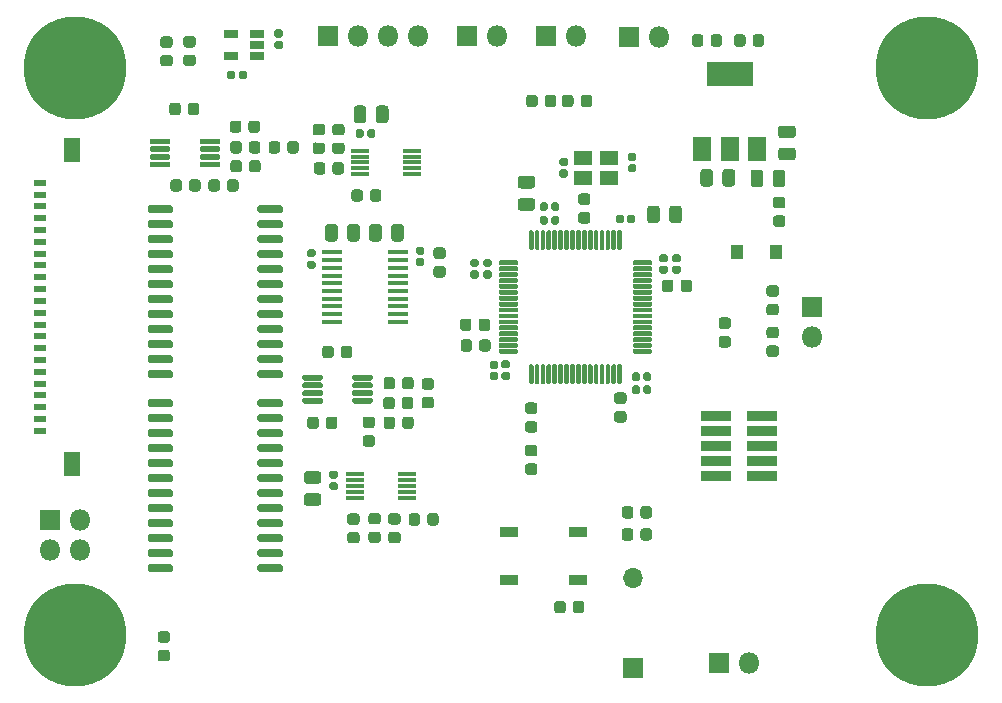
<source format=gbr>
G04 #@! TF.GenerationSoftware,KiCad,Pcbnew,(5.1.6)-1*
G04 #@! TF.CreationDate,2020-06-29T20:37:26+02:00*
G04 #@! TF.ProjectId,SensorArray,53656e73-6f72-4417-9272-61792e6b6963,rev?*
G04 #@! TF.SameCoordinates,Original*
G04 #@! TF.FileFunction,Soldermask,Top*
G04 #@! TF.FilePolarity,Negative*
%FSLAX46Y46*%
G04 Gerber Fmt 4.6, Leading zero omitted, Abs format (unit mm)*
G04 Created by KiCad (PCBNEW (5.1.6)-1) date 2020-06-29 20:37:26*
%MOMM*%
%LPD*%
G01*
G04 APERTURE LIST*
%ADD10R,1.100000X0.500000*%
%ADD11R,1.400000X2.100000*%
%ADD12R,1.000000X1.300000*%
%ADD13C,1.000000*%
%ADD14C,8.700000*%
%ADD15R,1.500000X1.300000*%
%ADD16R,1.800000X1.800000*%
%ADD17O,1.800000X1.800000*%
%ADD18R,2.500000X0.840000*%
%ADD19R,1.650000X0.950000*%
%ADD20R,1.700000X1.700000*%
%ADD21O,1.700000X1.700000*%
%ADD22R,3.900000X2.100000*%
%ADD23R,1.600000X2.100000*%
%ADD24R,1.160000X0.750000*%
%ADD25R,1.500000X0.400000*%
%ADD26R,1.740000X0.440000*%
G04 APERTURE END LIST*
G36*
G01*
X72000000Y-39750000D02*
X72200000Y-39750000D01*
G75*
G02*
X72300000Y-39850000I0J-100000D01*
G01*
X72300000Y-41300000D01*
G75*
G02*
X72200000Y-41400000I-100000J0D01*
G01*
X72000000Y-41400000D01*
G75*
G02*
X71900000Y-41300000I0J100000D01*
G01*
X71900000Y-39850000D01*
G75*
G02*
X72000000Y-39750000I100000J0D01*
G01*
G37*
G36*
G01*
X71500000Y-39750000D02*
X71700000Y-39750000D01*
G75*
G02*
X71800000Y-39850000I0J-100000D01*
G01*
X71800000Y-41300000D01*
G75*
G02*
X71700000Y-41400000I-100000J0D01*
G01*
X71500000Y-41400000D01*
G75*
G02*
X71400000Y-41300000I0J100000D01*
G01*
X71400000Y-39850000D01*
G75*
G02*
X71500000Y-39750000I100000J0D01*
G01*
G37*
G36*
G01*
X71000000Y-39750000D02*
X71200000Y-39750000D01*
G75*
G02*
X71300000Y-39850000I0J-100000D01*
G01*
X71300000Y-41300000D01*
G75*
G02*
X71200000Y-41400000I-100000J0D01*
G01*
X71000000Y-41400000D01*
G75*
G02*
X70900000Y-41300000I0J100000D01*
G01*
X70900000Y-39850000D01*
G75*
G02*
X71000000Y-39750000I100000J0D01*
G01*
G37*
G36*
G01*
X70500000Y-39750000D02*
X70700000Y-39750000D01*
G75*
G02*
X70800000Y-39850000I0J-100000D01*
G01*
X70800000Y-41300000D01*
G75*
G02*
X70700000Y-41400000I-100000J0D01*
G01*
X70500000Y-41400000D01*
G75*
G02*
X70400000Y-41300000I0J100000D01*
G01*
X70400000Y-39850000D01*
G75*
G02*
X70500000Y-39750000I100000J0D01*
G01*
G37*
G36*
G01*
X70000000Y-39750000D02*
X70200000Y-39750000D01*
G75*
G02*
X70300000Y-39850000I0J-100000D01*
G01*
X70300000Y-41300000D01*
G75*
G02*
X70200000Y-41400000I-100000J0D01*
G01*
X70000000Y-41400000D01*
G75*
G02*
X69900000Y-41300000I0J100000D01*
G01*
X69900000Y-39850000D01*
G75*
G02*
X70000000Y-39750000I100000J0D01*
G01*
G37*
G36*
G01*
X69500000Y-39750000D02*
X69700000Y-39750000D01*
G75*
G02*
X69800000Y-39850000I0J-100000D01*
G01*
X69800000Y-41300000D01*
G75*
G02*
X69700000Y-41400000I-100000J0D01*
G01*
X69500000Y-41400000D01*
G75*
G02*
X69400000Y-41300000I0J100000D01*
G01*
X69400000Y-39850000D01*
G75*
G02*
X69500000Y-39750000I100000J0D01*
G01*
G37*
G36*
G01*
X69000000Y-39750000D02*
X69200000Y-39750000D01*
G75*
G02*
X69300000Y-39850000I0J-100000D01*
G01*
X69300000Y-41300000D01*
G75*
G02*
X69200000Y-41400000I-100000J0D01*
G01*
X69000000Y-41400000D01*
G75*
G02*
X68900000Y-41300000I0J100000D01*
G01*
X68900000Y-39850000D01*
G75*
G02*
X69000000Y-39750000I100000J0D01*
G01*
G37*
G36*
G01*
X68500000Y-39750000D02*
X68700000Y-39750000D01*
G75*
G02*
X68800000Y-39850000I0J-100000D01*
G01*
X68800000Y-41300000D01*
G75*
G02*
X68700000Y-41400000I-100000J0D01*
G01*
X68500000Y-41400000D01*
G75*
G02*
X68400000Y-41300000I0J100000D01*
G01*
X68400000Y-39850000D01*
G75*
G02*
X68500000Y-39750000I100000J0D01*
G01*
G37*
G36*
G01*
X68000000Y-39750000D02*
X68200000Y-39750000D01*
G75*
G02*
X68300000Y-39850000I0J-100000D01*
G01*
X68300000Y-41300000D01*
G75*
G02*
X68200000Y-41400000I-100000J0D01*
G01*
X68000000Y-41400000D01*
G75*
G02*
X67900000Y-41300000I0J100000D01*
G01*
X67900000Y-39850000D01*
G75*
G02*
X68000000Y-39750000I100000J0D01*
G01*
G37*
G36*
G01*
X67500000Y-39750000D02*
X67700000Y-39750000D01*
G75*
G02*
X67800000Y-39850000I0J-100000D01*
G01*
X67800000Y-41300000D01*
G75*
G02*
X67700000Y-41400000I-100000J0D01*
G01*
X67500000Y-41400000D01*
G75*
G02*
X67400000Y-41300000I0J100000D01*
G01*
X67400000Y-39850000D01*
G75*
G02*
X67500000Y-39750000I100000J0D01*
G01*
G37*
G36*
G01*
X67000000Y-39750000D02*
X67200000Y-39750000D01*
G75*
G02*
X67300000Y-39850000I0J-100000D01*
G01*
X67300000Y-41300000D01*
G75*
G02*
X67200000Y-41400000I-100000J0D01*
G01*
X67000000Y-41400000D01*
G75*
G02*
X66900000Y-41300000I0J100000D01*
G01*
X66900000Y-39850000D01*
G75*
G02*
X67000000Y-39750000I100000J0D01*
G01*
G37*
G36*
G01*
X66500000Y-39750000D02*
X66700000Y-39750000D01*
G75*
G02*
X66800000Y-39850000I0J-100000D01*
G01*
X66800000Y-41300000D01*
G75*
G02*
X66700000Y-41400000I-100000J0D01*
G01*
X66500000Y-41400000D01*
G75*
G02*
X66400000Y-41300000I0J100000D01*
G01*
X66400000Y-39850000D01*
G75*
G02*
X66500000Y-39750000I100000J0D01*
G01*
G37*
G36*
G01*
X66000000Y-39750000D02*
X66200000Y-39750000D01*
G75*
G02*
X66300000Y-39850000I0J-100000D01*
G01*
X66300000Y-41300000D01*
G75*
G02*
X66200000Y-41400000I-100000J0D01*
G01*
X66000000Y-41400000D01*
G75*
G02*
X65900000Y-41300000I0J100000D01*
G01*
X65900000Y-39850000D01*
G75*
G02*
X66000000Y-39750000I100000J0D01*
G01*
G37*
G36*
G01*
X65500000Y-39750000D02*
X65700000Y-39750000D01*
G75*
G02*
X65800000Y-39850000I0J-100000D01*
G01*
X65800000Y-41300000D01*
G75*
G02*
X65700000Y-41400000I-100000J0D01*
G01*
X65500000Y-41400000D01*
G75*
G02*
X65400000Y-41300000I0J100000D01*
G01*
X65400000Y-39850000D01*
G75*
G02*
X65500000Y-39750000I100000J0D01*
G01*
G37*
G36*
G01*
X65000000Y-39750000D02*
X65200000Y-39750000D01*
G75*
G02*
X65300000Y-39850000I0J-100000D01*
G01*
X65300000Y-41300000D01*
G75*
G02*
X65200000Y-41400000I-100000J0D01*
G01*
X65000000Y-41400000D01*
G75*
G02*
X64900000Y-41300000I0J100000D01*
G01*
X64900000Y-39850000D01*
G75*
G02*
X65000000Y-39750000I100000J0D01*
G01*
G37*
G36*
G01*
X64500000Y-39750000D02*
X64700000Y-39750000D01*
G75*
G02*
X64800000Y-39850000I0J-100000D01*
G01*
X64800000Y-41300000D01*
G75*
G02*
X64700000Y-41400000I-100000J0D01*
G01*
X64500000Y-41400000D01*
G75*
G02*
X64400000Y-41300000I0J100000D01*
G01*
X64400000Y-39850000D01*
G75*
G02*
X64500000Y-39750000I100000J0D01*
G01*
G37*
G36*
G01*
X61950000Y-42300000D02*
X63400000Y-42300000D01*
G75*
G02*
X63500000Y-42400000I0J-100000D01*
G01*
X63500000Y-42600000D01*
G75*
G02*
X63400000Y-42700000I-100000J0D01*
G01*
X61950000Y-42700000D01*
G75*
G02*
X61850000Y-42600000I0J100000D01*
G01*
X61850000Y-42400000D01*
G75*
G02*
X61950000Y-42300000I100000J0D01*
G01*
G37*
G36*
G01*
X61950000Y-42800000D02*
X63400000Y-42800000D01*
G75*
G02*
X63500000Y-42900000I0J-100000D01*
G01*
X63500000Y-43100000D01*
G75*
G02*
X63400000Y-43200000I-100000J0D01*
G01*
X61950000Y-43200000D01*
G75*
G02*
X61850000Y-43100000I0J100000D01*
G01*
X61850000Y-42900000D01*
G75*
G02*
X61950000Y-42800000I100000J0D01*
G01*
G37*
G36*
G01*
X61950000Y-43300000D02*
X63400000Y-43300000D01*
G75*
G02*
X63500000Y-43400000I0J-100000D01*
G01*
X63500000Y-43600000D01*
G75*
G02*
X63400000Y-43700000I-100000J0D01*
G01*
X61950000Y-43700000D01*
G75*
G02*
X61850000Y-43600000I0J100000D01*
G01*
X61850000Y-43400000D01*
G75*
G02*
X61950000Y-43300000I100000J0D01*
G01*
G37*
G36*
G01*
X61950000Y-43800000D02*
X63400000Y-43800000D01*
G75*
G02*
X63500000Y-43900000I0J-100000D01*
G01*
X63500000Y-44100000D01*
G75*
G02*
X63400000Y-44200000I-100000J0D01*
G01*
X61950000Y-44200000D01*
G75*
G02*
X61850000Y-44100000I0J100000D01*
G01*
X61850000Y-43900000D01*
G75*
G02*
X61950000Y-43800000I100000J0D01*
G01*
G37*
G36*
G01*
X61950000Y-44300000D02*
X63400000Y-44300000D01*
G75*
G02*
X63500000Y-44400000I0J-100000D01*
G01*
X63500000Y-44600000D01*
G75*
G02*
X63400000Y-44700000I-100000J0D01*
G01*
X61950000Y-44700000D01*
G75*
G02*
X61850000Y-44600000I0J100000D01*
G01*
X61850000Y-44400000D01*
G75*
G02*
X61950000Y-44300000I100000J0D01*
G01*
G37*
G36*
G01*
X61950000Y-44800000D02*
X63400000Y-44800000D01*
G75*
G02*
X63500000Y-44900000I0J-100000D01*
G01*
X63500000Y-45100000D01*
G75*
G02*
X63400000Y-45200000I-100000J0D01*
G01*
X61950000Y-45200000D01*
G75*
G02*
X61850000Y-45100000I0J100000D01*
G01*
X61850000Y-44900000D01*
G75*
G02*
X61950000Y-44800000I100000J0D01*
G01*
G37*
G36*
G01*
X61950000Y-45300000D02*
X63400000Y-45300000D01*
G75*
G02*
X63500000Y-45400000I0J-100000D01*
G01*
X63500000Y-45600000D01*
G75*
G02*
X63400000Y-45700000I-100000J0D01*
G01*
X61950000Y-45700000D01*
G75*
G02*
X61850000Y-45600000I0J100000D01*
G01*
X61850000Y-45400000D01*
G75*
G02*
X61950000Y-45300000I100000J0D01*
G01*
G37*
G36*
G01*
X61950000Y-45800000D02*
X63400000Y-45800000D01*
G75*
G02*
X63500000Y-45900000I0J-100000D01*
G01*
X63500000Y-46100000D01*
G75*
G02*
X63400000Y-46200000I-100000J0D01*
G01*
X61950000Y-46200000D01*
G75*
G02*
X61850000Y-46100000I0J100000D01*
G01*
X61850000Y-45900000D01*
G75*
G02*
X61950000Y-45800000I100000J0D01*
G01*
G37*
G36*
G01*
X61950000Y-46300000D02*
X63400000Y-46300000D01*
G75*
G02*
X63500000Y-46400000I0J-100000D01*
G01*
X63500000Y-46600000D01*
G75*
G02*
X63400000Y-46700000I-100000J0D01*
G01*
X61950000Y-46700000D01*
G75*
G02*
X61850000Y-46600000I0J100000D01*
G01*
X61850000Y-46400000D01*
G75*
G02*
X61950000Y-46300000I100000J0D01*
G01*
G37*
G36*
G01*
X61950000Y-46800000D02*
X63400000Y-46800000D01*
G75*
G02*
X63500000Y-46900000I0J-100000D01*
G01*
X63500000Y-47100000D01*
G75*
G02*
X63400000Y-47200000I-100000J0D01*
G01*
X61950000Y-47200000D01*
G75*
G02*
X61850000Y-47100000I0J100000D01*
G01*
X61850000Y-46900000D01*
G75*
G02*
X61950000Y-46800000I100000J0D01*
G01*
G37*
G36*
G01*
X61950000Y-47300000D02*
X63400000Y-47300000D01*
G75*
G02*
X63500000Y-47400000I0J-100000D01*
G01*
X63500000Y-47600000D01*
G75*
G02*
X63400000Y-47700000I-100000J0D01*
G01*
X61950000Y-47700000D01*
G75*
G02*
X61850000Y-47600000I0J100000D01*
G01*
X61850000Y-47400000D01*
G75*
G02*
X61950000Y-47300000I100000J0D01*
G01*
G37*
G36*
G01*
X61950000Y-47800000D02*
X63400000Y-47800000D01*
G75*
G02*
X63500000Y-47900000I0J-100000D01*
G01*
X63500000Y-48100000D01*
G75*
G02*
X63400000Y-48200000I-100000J0D01*
G01*
X61950000Y-48200000D01*
G75*
G02*
X61850000Y-48100000I0J100000D01*
G01*
X61850000Y-47900000D01*
G75*
G02*
X61950000Y-47800000I100000J0D01*
G01*
G37*
G36*
G01*
X61950000Y-48300000D02*
X63400000Y-48300000D01*
G75*
G02*
X63500000Y-48400000I0J-100000D01*
G01*
X63500000Y-48600000D01*
G75*
G02*
X63400000Y-48700000I-100000J0D01*
G01*
X61950000Y-48700000D01*
G75*
G02*
X61850000Y-48600000I0J100000D01*
G01*
X61850000Y-48400000D01*
G75*
G02*
X61950000Y-48300000I100000J0D01*
G01*
G37*
G36*
G01*
X61950000Y-48800000D02*
X63400000Y-48800000D01*
G75*
G02*
X63500000Y-48900000I0J-100000D01*
G01*
X63500000Y-49100000D01*
G75*
G02*
X63400000Y-49200000I-100000J0D01*
G01*
X61950000Y-49200000D01*
G75*
G02*
X61850000Y-49100000I0J100000D01*
G01*
X61850000Y-48900000D01*
G75*
G02*
X61950000Y-48800000I100000J0D01*
G01*
G37*
G36*
G01*
X61950000Y-49300000D02*
X63400000Y-49300000D01*
G75*
G02*
X63500000Y-49400000I0J-100000D01*
G01*
X63500000Y-49600000D01*
G75*
G02*
X63400000Y-49700000I-100000J0D01*
G01*
X61950000Y-49700000D01*
G75*
G02*
X61850000Y-49600000I0J100000D01*
G01*
X61850000Y-49400000D01*
G75*
G02*
X61950000Y-49300000I100000J0D01*
G01*
G37*
G36*
G01*
X61950000Y-49800000D02*
X63400000Y-49800000D01*
G75*
G02*
X63500000Y-49900000I0J-100000D01*
G01*
X63500000Y-50100000D01*
G75*
G02*
X63400000Y-50200000I-100000J0D01*
G01*
X61950000Y-50200000D01*
G75*
G02*
X61850000Y-50100000I0J100000D01*
G01*
X61850000Y-49900000D01*
G75*
G02*
X61950000Y-49800000I100000J0D01*
G01*
G37*
G36*
G01*
X64500000Y-51100000D02*
X64700000Y-51100000D01*
G75*
G02*
X64800000Y-51200000I0J-100000D01*
G01*
X64800000Y-52650000D01*
G75*
G02*
X64700000Y-52750000I-100000J0D01*
G01*
X64500000Y-52750000D01*
G75*
G02*
X64400000Y-52650000I0J100000D01*
G01*
X64400000Y-51200000D01*
G75*
G02*
X64500000Y-51100000I100000J0D01*
G01*
G37*
G36*
G01*
X65000000Y-51100000D02*
X65200000Y-51100000D01*
G75*
G02*
X65300000Y-51200000I0J-100000D01*
G01*
X65300000Y-52650000D01*
G75*
G02*
X65200000Y-52750000I-100000J0D01*
G01*
X65000000Y-52750000D01*
G75*
G02*
X64900000Y-52650000I0J100000D01*
G01*
X64900000Y-51200000D01*
G75*
G02*
X65000000Y-51100000I100000J0D01*
G01*
G37*
G36*
G01*
X65500000Y-51100000D02*
X65700000Y-51100000D01*
G75*
G02*
X65800000Y-51200000I0J-100000D01*
G01*
X65800000Y-52650000D01*
G75*
G02*
X65700000Y-52750000I-100000J0D01*
G01*
X65500000Y-52750000D01*
G75*
G02*
X65400000Y-52650000I0J100000D01*
G01*
X65400000Y-51200000D01*
G75*
G02*
X65500000Y-51100000I100000J0D01*
G01*
G37*
G36*
G01*
X66000000Y-51100000D02*
X66200000Y-51100000D01*
G75*
G02*
X66300000Y-51200000I0J-100000D01*
G01*
X66300000Y-52650000D01*
G75*
G02*
X66200000Y-52750000I-100000J0D01*
G01*
X66000000Y-52750000D01*
G75*
G02*
X65900000Y-52650000I0J100000D01*
G01*
X65900000Y-51200000D01*
G75*
G02*
X66000000Y-51100000I100000J0D01*
G01*
G37*
G36*
G01*
X66500000Y-51100000D02*
X66700000Y-51100000D01*
G75*
G02*
X66800000Y-51200000I0J-100000D01*
G01*
X66800000Y-52650000D01*
G75*
G02*
X66700000Y-52750000I-100000J0D01*
G01*
X66500000Y-52750000D01*
G75*
G02*
X66400000Y-52650000I0J100000D01*
G01*
X66400000Y-51200000D01*
G75*
G02*
X66500000Y-51100000I100000J0D01*
G01*
G37*
G36*
G01*
X67000000Y-51100000D02*
X67200000Y-51100000D01*
G75*
G02*
X67300000Y-51200000I0J-100000D01*
G01*
X67300000Y-52650000D01*
G75*
G02*
X67200000Y-52750000I-100000J0D01*
G01*
X67000000Y-52750000D01*
G75*
G02*
X66900000Y-52650000I0J100000D01*
G01*
X66900000Y-51200000D01*
G75*
G02*
X67000000Y-51100000I100000J0D01*
G01*
G37*
G36*
G01*
X67500000Y-51100000D02*
X67700000Y-51100000D01*
G75*
G02*
X67800000Y-51200000I0J-100000D01*
G01*
X67800000Y-52650000D01*
G75*
G02*
X67700000Y-52750000I-100000J0D01*
G01*
X67500000Y-52750000D01*
G75*
G02*
X67400000Y-52650000I0J100000D01*
G01*
X67400000Y-51200000D01*
G75*
G02*
X67500000Y-51100000I100000J0D01*
G01*
G37*
G36*
G01*
X68000000Y-51100000D02*
X68200000Y-51100000D01*
G75*
G02*
X68300000Y-51200000I0J-100000D01*
G01*
X68300000Y-52650000D01*
G75*
G02*
X68200000Y-52750000I-100000J0D01*
G01*
X68000000Y-52750000D01*
G75*
G02*
X67900000Y-52650000I0J100000D01*
G01*
X67900000Y-51200000D01*
G75*
G02*
X68000000Y-51100000I100000J0D01*
G01*
G37*
G36*
G01*
X68500000Y-51100000D02*
X68700000Y-51100000D01*
G75*
G02*
X68800000Y-51200000I0J-100000D01*
G01*
X68800000Y-52650000D01*
G75*
G02*
X68700000Y-52750000I-100000J0D01*
G01*
X68500000Y-52750000D01*
G75*
G02*
X68400000Y-52650000I0J100000D01*
G01*
X68400000Y-51200000D01*
G75*
G02*
X68500000Y-51100000I100000J0D01*
G01*
G37*
G36*
G01*
X69000000Y-51100000D02*
X69200000Y-51100000D01*
G75*
G02*
X69300000Y-51200000I0J-100000D01*
G01*
X69300000Y-52650000D01*
G75*
G02*
X69200000Y-52750000I-100000J0D01*
G01*
X69000000Y-52750000D01*
G75*
G02*
X68900000Y-52650000I0J100000D01*
G01*
X68900000Y-51200000D01*
G75*
G02*
X69000000Y-51100000I100000J0D01*
G01*
G37*
G36*
G01*
X69500000Y-51100000D02*
X69700000Y-51100000D01*
G75*
G02*
X69800000Y-51200000I0J-100000D01*
G01*
X69800000Y-52650000D01*
G75*
G02*
X69700000Y-52750000I-100000J0D01*
G01*
X69500000Y-52750000D01*
G75*
G02*
X69400000Y-52650000I0J100000D01*
G01*
X69400000Y-51200000D01*
G75*
G02*
X69500000Y-51100000I100000J0D01*
G01*
G37*
G36*
G01*
X70000000Y-51100000D02*
X70200000Y-51100000D01*
G75*
G02*
X70300000Y-51200000I0J-100000D01*
G01*
X70300000Y-52650000D01*
G75*
G02*
X70200000Y-52750000I-100000J0D01*
G01*
X70000000Y-52750000D01*
G75*
G02*
X69900000Y-52650000I0J100000D01*
G01*
X69900000Y-51200000D01*
G75*
G02*
X70000000Y-51100000I100000J0D01*
G01*
G37*
G36*
G01*
X70500000Y-51100000D02*
X70700000Y-51100000D01*
G75*
G02*
X70800000Y-51200000I0J-100000D01*
G01*
X70800000Y-52650000D01*
G75*
G02*
X70700000Y-52750000I-100000J0D01*
G01*
X70500000Y-52750000D01*
G75*
G02*
X70400000Y-52650000I0J100000D01*
G01*
X70400000Y-51200000D01*
G75*
G02*
X70500000Y-51100000I100000J0D01*
G01*
G37*
G36*
G01*
X71000000Y-51100000D02*
X71200000Y-51100000D01*
G75*
G02*
X71300000Y-51200000I0J-100000D01*
G01*
X71300000Y-52650000D01*
G75*
G02*
X71200000Y-52750000I-100000J0D01*
G01*
X71000000Y-52750000D01*
G75*
G02*
X70900000Y-52650000I0J100000D01*
G01*
X70900000Y-51200000D01*
G75*
G02*
X71000000Y-51100000I100000J0D01*
G01*
G37*
G36*
G01*
X71500000Y-51100000D02*
X71700000Y-51100000D01*
G75*
G02*
X71800000Y-51200000I0J-100000D01*
G01*
X71800000Y-52650000D01*
G75*
G02*
X71700000Y-52750000I-100000J0D01*
G01*
X71500000Y-52750000D01*
G75*
G02*
X71400000Y-52650000I0J100000D01*
G01*
X71400000Y-51200000D01*
G75*
G02*
X71500000Y-51100000I100000J0D01*
G01*
G37*
G36*
G01*
X72000000Y-51100000D02*
X72200000Y-51100000D01*
G75*
G02*
X72300000Y-51200000I0J-100000D01*
G01*
X72300000Y-52650000D01*
G75*
G02*
X72200000Y-52750000I-100000J0D01*
G01*
X72000000Y-52750000D01*
G75*
G02*
X71900000Y-52650000I0J100000D01*
G01*
X71900000Y-51200000D01*
G75*
G02*
X72000000Y-51100000I100000J0D01*
G01*
G37*
G36*
G01*
X73300000Y-49800000D02*
X74750000Y-49800000D01*
G75*
G02*
X74850000Y-49900000I0J-100000D01*
G01*
X74850000Y-50100000D01*
G75*
G02*
X74750000Y-50200000I-100000J0D01*
G01*
X73300000Y-50200000D01*
G75*
G02*
X73200000Y-50100000I0J100000D01*
G01*
X73200000Y-49900000D01*
G75*
G02*
X73300000Y-49800000I100000J0D01*
G01*
G37*
G36*
G01*
X73300000Y-49300000D02*
X74750000Y-49300000D01*
G75*
G02*
X74850000Y-49400000I0J-100000D01*
G01*
X74850000Y-49600000D01*
G75*
G02*
X74750000Y-49700000I-100000J0D01*
G01*
X73300000Y-49700000D01*
G75*
G02*
X73200000Y-49600000I0J100000D01*
G01*
X73200000Y-49400000D01*
G75*
G02*
X73300000Y-49300000I100000J0D01*
G01*
G37*
G36*
G01*
X73300000Y-48800000D02*
X74750000Y-48800000D01*
G75*
G02*
X74850000Y-48900000I0J-100000D01*
G01*
X74850000Y-49100000D01*
G75*
G02*
X74750000Y-49200000I-100000J0D01*
G01*
X73300000Y-49200000D01*
G75*
G02*
X73200000Y-49100000I0J100000D01*
G01*
X73200000Y-48900000D01*
G75*
G02*
X73300000Y-48800000I100000J0D01*
G01*
G37*
G36*
G01*
X73300000Y-48300000D02*
X74750000Y-48300000D01*
G75*
G02*
X74850000Y-48400000I0J-100000D01*
G01*
X74850000Y-48600000D01*
G75*
G02*
X74750000Y-48700000I-100000J0D01*
G01*
X73300000Y-48700000D01*
G75*
G02*
X73200000Y-48600000I0J100000D01*
G01*
X73200000Y-48400000D01*
G75*
G02*
X73300000Y-48300000I100000J0D01*
G01*
G37*
G36*
G01*
X73300000Y-47800000D02*
X74750000Y-47800000D01*
G75*
G02*
X74850000Y-47900000I0J-100000D01*
G01*
X74850000Y-48100000D01*
G75*
G02*
X74750000Y-48200000I-100000J0D01*
G01*
X73300000Y-48200000D01*
G75*
G02*
X73200000Y-48100000I0J100000D01*
G01*
X73200000Y-47900000D01*
G75*
G02*
X73300000Y-47800000I100000J0D01*
G01*
G37*
G36*
G01*
X73300000Y-47300000D02*
X74750000Y-47300000D01*
G75*
G02*
X74850000Y-47400000I0J-100000D01*
G01*
X74850000Y-47600000D01*
G75*
G02*
X74750000Y-47700000I-100000J0D01*
G01*
X73300000Y-47700000D01*
G75*
G02*
X73200000Y-47600000I0J100000D01*
G01*
X73200000Y-47400000D01*
G75*
G02*
X73300000Y-47300000I100000J0D01*
G01*
G37*
G36*
G01*
X73300000Y-46800000D02*
X74750000Y-46800000D01*
G75*
G02*
X74850000Y-46900000I0J-100000D01*
G01*
X74850000Y-47100000D01*
G75*
G02*
X74750000Y-47200000I-100000J0D01*
G01*
X73300000Y-47200000D01*
G75*
G02*
X73200000Y-47100000I0J100000D01*
G01*
X73200000Y-46900000D01*
G75*
G02*
X73300000Y-46800000I100000J0D01*
G01*
G37*
G36*
G01*
X73300000Y-46300000D02*
X74750000Y-46300000D01*
G75*
G02*
X74850000Y-46400000I0J-100000D01*
G01*
X74850000Y-46600000D01*
G75*
G02*
X74750000Y-46700000I-100000J0D01*
G01*
X73300000Y-46700000D01*
G75*
G02*
X73200000Y-46600000I0J100000D01*
G01*
X73200000Y-46400000D01*
G75*
G02*
X73300000Y-46300000I100000J0D01*
G01*
G37*
G36*
G01*
X73300000Y-45800000D02*
X74750000Y-45800000D01*
G75*
G02*
X74850000Y-45900000I0J-100000D01*
G01*
X74850000Y-46100000D01*
G75*
G02*
X74750000Y-46200000I-100000J0D01*
G01*
X73300000Y-46200000D01*
G75*
G02*
X73200000Y-46100000I0J100000D01*
G01*
X73200000Y-45900000D01*
G75*
G02*
X73300000Y-45800000I100000J0D01*
G01*
G37*
G36*
G01*
X73300000Y-45300000D02*
X74750000Y-45300000D01*
G75*
G02*
X74850000Y-45400000I0J-100000D01*
G01*
X74850000Y-45600000D01*
G75*
G02*
X74750000Y-45700000I-100000J0D01*
G01*
X73300000Y-45700000D01*
G75*
G02*
X73200000Y-45600000I0J100000D01*
G01*
X73200000Y-45400000D01*
G75*
G02*
X73300000Y-45300000I100000J0D01*
G01*
G37*
G36*
G01*
X73300000Y-44800000D02*
X74750000Y-44800000D01*
G75*
G02*
X74850000Y-44900000I0J-100000D01*
G01*
X74850000Y-45100000D01*
G75*
G02*
X74750000Y-45200000I-100000J0D01*
G01*
X73300000Y-45200000D01*
G75*
G02*
X73200000Y-45100000I0J100000D01*
G01*
X73200000Y-44900000D01*
G75*
G02*
X73300000Y-44800000I100000J0D01*
G01*
G37*
G36*
G01*
X73300000Y-44300000D02*
X74750000Y-44300000D01*
G75*
G02*
X74850000Y-44400000I0J-100000D01*
G01*
X74850000Y-44600000D01*
G75*
G02*
X74750000Y-44700000I-100000J0D01*
G01*
X73300000Y-44700000D01*
G75*
G02*
X73200000Y-44600000I0J100000D01*
G01*
X73200000Y-44400000D01*
G75*
G02*
X73300000Y-44300000I100000J0D01*
G01*
G37*
G36*
G01*
X73300000Y-43800000D02*
X74750000Y-43800000D01*
G75*
G02*
X74850000Y-43900000I0J-100000D01*
G01*
X74850000Y-44100000D01*
G75*
G02*
X74750000Y-44200000I-100000J0D01*
G01*
X73300000Y-44200000D01*
G75*
G02*
X73200000Y-44100000I0J100000D01*
G01*
X73200000Y-43900000D01*
G75*
G02*
X73300000Y-43800000I100000J0D01*
G01*
G37*
G36*
G01*
X73300000Y-43300000D02*
X74750000Y-43300000D01*
G75*
G02*
X74850000Y-43400000I0J-100000D01*
G01*
X74850000Y-43600000D01*
G75*
G02*
X74750000Y-43700000I-100000J0D01*
G01*
X73300000Y-43700000D01*
G75*
G02*
X73200000Y-43600000I0J100000D01*
G01*
X73200000Y-43400000D01*
G75*
G02*
X73300000Y-43300000I100000J0D01*
G01*
G37*
G36*
G01*
X73300000Y-42800000D02*
X74750000Y-42800000D01*
G75*
G02*
X74850000Y-42900000I0J-100000D01*
G01*
X74850000Y-43100000D01*
G75*
G02*
X74750000Y-43200000I-100000J0D01*
G01*
X73300000Y-43200000D01*
G75*
G02*
X73200000Y-43100000I0J100000D01*
G01*
X73200000Y-42900000D01*
G75*
G02*
X73300000Y-42800000I100000J0D01*
G01*
G37*
G36*
G01*
X73300000Y-42300000D02*
X74750000Y-42300000D01*
G75*
G02*
X74850000Y-42400000I0J-100000D01*
G01*
X74850000Y-42600000D01*
G75*
G02*
X74750000Y-42700000I-100000J0D01*
G01*
X73300000Y-42700000D01*
G75*
G02*
X73200000Y-42600000I0J100000D01*
G01*
X73200000Y-42400000D01*
G75*
G02*
X73300000Y-42300000I100000J0D01*
G01*
G37*
D10*
X23015000Y-35725000D03*
X23015000Y-36725000D03*
X23015000Y-37725000D03*
X23015000Y-38725000D03*
X23015000Y-39725000D03*
X23015000Y-40725000D03*
X23015000Y-41725000D03*
X23015000Y-42725000D03*
X23015000Y-43725000D03*
X23015000Y-44725000D03*
X23015000Y-45725000D03*
X23015000Y-46725000D03*
X23015000Y-47725000D03*
X23015000Y-48725000D03*
X23015000Y-49725000D03*
X23015000Y-50725000D03*
X23015000Y-51725000D03*
X23015000Y-52725000D03*
X23015000Y-53725000D03*
X23015000Y-54725000D03*
X23015000Y-55725000D03*
X23015000Y-56725000D03*
D11*
X25715000Y-32925000D03*
X25715000Y-59525000D03*
G36*
G01*
X74412500Y-38881250D02*
X74412500Y-37918750D01*
G75*
G02*
X74681250Y-37650000I268750J0D01*
G01*
X75218750Y-37650000D01*
G75*
G02*
X75487500Y-37918750I0J-268750D01*
G01*
X75487500Y-38881250D01*
G75*
G02*
X75218750Y-39150000I-268750J0D01*
G01*
X74681250Y-39150000D01*
G75*
G02*
X74412500Y-38881250I0J268750D01*
G01*
G37*
G36*
G01*
X76287500Y-38881250D02*
X76287500Y-37918750D01*
G75*
G02*
X76556250Y-37650000I268750J0D01*
G01*
X77093750Y-37650000D01*
G75*
G02*
X77362500Y-37918750I0J-268750D01*
G01*
X77362500Y-38881250D01*
G75*
G02*
X77093750Y-39150000I-268750J0D01*
G01*
X76556250Y-39150000D01*
G75*
G02*
X76287500Y-38881250I0J268750D01*
G01*
G37*
G36*
G01*
X71755000Y-38997500D02*
X71755000Y-38602500D01*
G75*
G02*
X71927500Y-38430000I172500J0D01*
G01*
X72272500Y-38430000D01*
G75*
G02*
X72445000Y-38602500I0J-172500D01*
G01*
X72445000Y-38997500D01*
G75*
G02*
X72272500Y-39170000I-172500J0D01*
G01*
X71927500Y-39170000D01*
G75*
G02*
X71755000Y-38997500I0J172500D01*
G01*
G37*
G36*
G01*
X72725000Y-38997500D02*
X72725000Y-38602500D01*
G75*
G02*
X72897500Y-38430000I172500J0D01*
G01*
X73242500Y-38430000D01*
G75*
G02*
X73415000Y-38602500I0J-172500D01*
G01*
X73415000Y-38997500D01*
G75*
G02*
X73242500Y-39170000I-172500J0D01*
G01*
X72897500Y-39170000D01*
G75*
G02*
X72725000Y-38997500I0J172500D01*
G01*
G37*
G36*
G01*
X61097500Y-43830000D02*
X60702500Y-43830000D01*
G75*
G02*
X60530000Y-43657500I0J172500D01*
G01*
X60530000Y-43312500D01*
G75*
G02*
X60702500Y-43140000I172500J0D01*
G01*
X61097500Y-43140000D01*
G75*
G02*
X61270000Y-43312500I0J-172500D01*
G01*
X61270000Y-43657500D01*
G75*
G02*
X61097500Y-43830000I-172500J0D01*
G01*
G37*
G36*
G01*
X61097500Y-42860000D02*
X60702500Y-42860000D01*
G75*
G02*
X60530000Y-42687500I0J172500D01*
G01*
X60530000Y-42342500D01*
G75*
G02*
X60702500Y-42170000I172500J0D01*
G01*
X61097500Y-42170000D01*
G75*
G02*
X61270000Y-42342500I0J-172500D01*
G01*
X61270000Y-42687500D01*
G75*
G02*
X61097500Y-42860000I-172500J0D01*
G01*
G37*
G36*
G01*
X59997500Y-42860000D02*
X59602500Y-42860000D01*
G75*
G02*
X59430000Y-42687500I0J172500D01*
G01*
X59430000Y-42342500D01*
G75*
G02*
X59602500Y-42170000I172500J0D01*
G01*
X59997500Y-42170000D01*
G75*
G02*
X60170000Y-42342500I0J-172500D01*
G01*
X60170000Y-42687500D01*
G75*
G02*
X59997500Y-42860000I-172500J0D01*
G01*
G37*
G36*
G01*
X59997500Y-43830000D02*
X59602500Y-43830000D01*
G75*
G02*
X59430000Y-43657500I0J172500D01*
G01*
X59430000Y-43312500D01*
G75*
G02*
X59602500Y-43140000I172500J0D01*
G01*
X59997500Y-43140000D01*
G75*
G02*
X60170000Y-43312500I0J-172500D01*
G01*
X60170000Y-43657500D01*
G75*
G02*
X59997500Y-43830000I-172500J0D01*
G01*
G37*
G36*
G01*
X62252500Y-51725000D02*
X62647500Y-51725000D01*
G75*
G02*
X62820000Y-51897500I0J-172500D01*
G01*
X62820000Y-52242500D01*
G75*
G02*
X62647500Y-52415000I-172500J0D01*
G01*
X62252500Y-52415000D01*
G75*
G02*
X62080000Y-52242500I0J172500D01*
G01*
X62080000Y-51897500D01*
G75*
G02*
X62252500Y-51725000I172500J0D01*
G01*
G37*
G36*
G01*
X62252500Y-50755000D02*
X62647500Y-50755000D01*
G75*
G02*
X62820000Y-50927500I0J-172500D01*
G01*
X62820000Y-51272500D01*
G75*
G02*
X62647500Y-51445000I-172500J0D01*
G01*
X62252500Y-51445000D01*
G75*
G02*
X62080000Y-51272500I0J172500D01*
G01*
X62080000Y-50927500D01*
G75*
G02*
X62252500Y-50755000I172500J0D01*
G01*
G37*
G36*
G01*
X61252500Y-51755000D02*
X61647500Y-51755000D01*
G75*
G02*
X61820000Y-51927500I0J-172500D01*
G01*
X61820000Y-52272500D01*
G75*
G02*
X61647500Y-52445000I-172500J0D01*
G01*
X61252500Y-52445000D01*
G75*
G02*
X61080000Y-52272500I0J172500D01*
G01*
X61080000Y-51927500D01*
G75*
G02*
X61252500Y-51755000I172500J0D01*
G01*
G37*
G36*
G01*
X61252500Y-50785000D02*
X61647500Y-50785000D01*
G75*
G02*
X61820000Y-50957500I0J-172500D01*
G01*
X61820000Y-51302500D01*
G75*
G02*
X61647500Y-51475000I-172500J0D01*
G01*
X61252500Y-51475000D01*
G75*
G02*
X61080000Y-51302500I0J172500D01*
G01*
X61080000Y-50957500D01*
G75*
G02*
X61252500Y-50785000I172500J0D01*
G01*
G37*
G36*
G01*
X74090000Y-52347500D02*
X74090000Y-51952500D01*
G75*
G02*
X74262500Y-51780000I172500J0D01*
G01*
X74607500Y-51780000D01*
G75*
G02*
X74780000Y-51952500I0J-172500D01*
G01*
X74780000Y-52347500D01*
G75*
G02*
X74607500Y-52520000I-172500J0D01*
G01*
X74262500Y-52520000D01*
G75*
G02*
X74090000Y-52347500I0J172500D01*
G01*
G37*
G36*
G01*
X73120000Y-52347500D02*
X73120000Y-51952500D01*
G75*
G02*
X73292500Y-51780000I172500J0D01*
G01*
X73637500Y-51780000D01*
G75*
G02*
X73810000Y-51952500I0J-172500D01*
G01*
X73810000Y-52347500D01*
G75*
G02*
X73637500Y-52520000I-172500J0D01*
G01*
X73292500Y-52520000D01*
G75*
G02*
X73120000Y-52347500I0J172500D01*
G01*
G37*
G36*
G01*
X73120000Y-53447500D02*
X73120000Y-53052500D01*
G75*
G02*
X73292500Y-52880000I172500J0D01*
G01*
X73637500Y-52880000D01*
G75*
G02*
X73810000Y-53052500I0J-172500D01*
G01*
X73810000Y-53447500D01*
G75*
G02*
X73637500Y-53620000I-172500J0D01*
G01*
X73292500Y-53620000D01*
G75*
G02*
X73120000Y-53447500I0J172500D01*
G01*
G37*
G36*
G01*
X74090000Y-53447500D02*
X74090000Y-53052500D01*
G75*
G02*
X74262500Y-52880000I172500J0D01*
G01*
X74607500Y-52880000D01*
G75*
G02*
X74780000Y-53052500I0J-172500D01*
G01*
X74780000Y-53447500D01*
G75*
G02*
X74607500Y-53620000I-172500J0D01*
G01*
X74262500Y-53620000D01*
G75*
G02*
X74090000Y-53447500I0J172500D01*
G01*
G37*
G36*
G01*
X75602500Y-42740000D02*
X75997500Y-42740000D01*
G75*
G02*
X76170000Y-42912500I0J-172500D01*
G01*
X76170000Y-43257500D01*
G75*
G02*
X75997500Y-43430000I-172500J0D01*
G01*
X75602500Y-43430000D01*
G75*
G02*
X75430000Y-43257500I0J172500D01*
G01*
X75430000Y-42912500D01*
G75*
G02*
X75602500Y-42740000I172500J0D01*
G01*
G37*
G36*
G01*
X75602500Y-41770000D02*
X75997500Y-41770000D01*
G75*
G02*
X76170000Y-41942500I0J-172500D01*
G01*
X76170000Y-42287500D01*
G75*
G02*
X75997500Y-42460000I-172500J0D01*
G01*
X75602500Y-42460000D01*
G75*
G02*
X75430000Y-42287500I0J172500D01*
G01*
X75430000Y-41942500D01*
G75*
G02*
X75602500Y-41770000I172500J0D01*
G01*
G37*
G36*
G01*
X76702500Y-41770000D02*
X77097500Y-41770000D01*
G75*
G02*
X77270000Y-41942500I0J-172500D01*
G01*
X77270000Y-42287500D01*
G75*
G02*
X77097500Y-42460000I-172500J0D01*
G01*
X76702500Y-42460000D01*
G75*
G02*
X76530000Y-42287500I0J172500D01*
G01*
X76530000Y-41942500D01*
G75*
G02*
X76702500Y-41770000I172500J0D01*
G01*
G37*
G36*
G01*
X76702500Y-42740000D02*
X77097500Y-42740000D01*
G75*
G02*
X77270000Y-42912500I0J-172500D01*
G01*
X77270000Y-43257500D01*
G75*
G02*
X77097500Y-43430000I-172500J0D01*
G01*
X76702500Y-43430000D01*
G75*
G02*
X76530000Y-43257500I0J172500D01*
G01*
X76530000Y-42912500D01*
G75*
G02*
X76702500Y-42740000I172500J0D01*
G01*
G37*
G36*
G01*
X59600000Y-49218750D02*
X59600000Y-49781250D01*
G75*
G02*
X59356250Y-50025000I-243750J0D01*
G01*
X58868750Y-50025000D01*
G75*
G02*
X58625000Y-49781250I0J243750D01*
G01*
X58625000Y-49218750D01*
G75*
G02*
X58868750Y-48975000I243750J0D01*
G01*
X59356250Y-48975000D01*
G75*
G02*
X59600000Y-49218750I0J-243750D01*
G01*
G37*
G36*
G01*
X61175000Y-49218750D02*
X61175000Y-49781250D01*
G75*
G02*
X60931250Y-50025000I-243750J0D01*
G01*
X60443750Y-50025000D01*
G75*
G02*
X60200000Y-49781250I0J243750D01*
G01*
X60200000Y-49218750D01*
G75*
G02*
X60443750Y-48975000I243750J0D01*
G01*
X60931250Y-48975000D01*
G75*
G02*
X61175000Y-49218750I0J-243750D01*
G01*
G37*
G36*
G01*
X71868750Y-53475000D02*
X72431250Y-53475000D01*
G75*
G02*
X72675000Y-53718750I0J-243750D01*
G01*
X72675000Y-54206250D01*
G75*
G02*
X72431250Y-54450000I-243750J0D01*
G01*
X71868750Y-54450000D01*
G75*
G02*
X71625000Y-54206250I0J243750D01*
G01*
X71625000Y-53718750D01*
G75*
G02*
X71868750Y-53475000I243750J0D01*
G01*
G37*
G36*
G01*
X71868750Y-55050000D02*
X72431250Y-55050000D01*
G75*
G02*
X72675000Y-55293750I0J-243750D01*
G01*
X72675000Y-55781250D01*
G75*
G02*
X72431250Y-56025000I-243750J0D01*
G01*
X71868750Y-56025000D01*
G75*
G02*
X71625000Y-55781250I0J243750D01*
G01*
X71625000Y-55293750D01*
G75*
G02*
X71868750Y-55050000I243750J0D01*
G01*
G37*
G36*
G01*
X72952500Y-34155000D02*
X73347500Y-34155000D01*
G75*
G02*
X73520000Y-34327500I0J-172500D01*
G01*
X73520000Y-34672500D01*
G75*
G02*
X73347500Y-34845000I-172500J0D01*
G01*
X72952500Y-34845000D01*
G75*
G02*
X72780000Y-34672500I0J172500D01*
G01*
X72780000Y-34327500D01*
G75*
G02*
X72952500Y-34155000I172500J0D01*
G01*
G37*
G36*
G01*
X72952500Y-33185000D02*
X73347500Y-33185000D01*
G75*
G02*
X73520000Y-33357500I0J-172500D01*
G01*
X73520000Y-33702500D01*
G75*
G02*
X73347500Y-33875000I-172500J0D01*
G01*
X72952500Y-33875000D01*
G75*
G02*
X72780000Y-33702500I0J172500D01*
G01*
X72780000Y-33357500D01*
G75*
G02*
X72952500Y-33185000I172500J0D01*
G01*
G37*
G36*
G01*
X67547500Y-35280000D02*
X67152500Y-35280000D01*
G75*
G02*
X66980000Y-35107500I0J172500D01*
G01*
X66980000Y-34762500D01*
G75*
G02*
X67152500Y-34590000I172500J0D01*
G01*
X67547500Y-34590000D01*
G75*
G02*
X67720000Y-34762500I0J-172500D01*
G01*
X67720000Y-35107500D01*
G75*
G02*
X67547500Y-35280000I-172500J0D01*
G01*
G37*
G36*
G01*
X67547500Y-34310000D02*
X67152500Y-34310000D01*
G75*
G02*
X66980000Y-34137500I0J172500D01*
G01*
X66980000Y-33792500D01*
G75*
G02*
X67152500Y-33620000I172500J0D01*
G01*
X67547500Y-33620000D01*
G75*
G02*
X67720000Y-33792500I0J-172500D01*
G01*
X67720000Y-34137500D01*
G75*
G02*
X67547500Y-34310000I-172500J0D01*
G01*
G37*
G36*
G01*
X86731250Y-31950000D02*
X85768750Y-31950000D01*
G75*
G02*
X85500000Y-31681250I0J268750D01*
G01*
X85500000Y-31143750D01*
G75*
G02*
X85768750Y-30875000I268750J0D01*
G01*
X86731250Y-30875000D01*
G75*
G02*
X87000000Y-31143750I0J-268750D01*
G01*
X87000000Y-31681250D01*
G75*
G02*
X86731250Y-31950000I-268750J0D01*
G01*
G37*
G36*
G01*
X86731250Y-33825000D02*
X85768750Y-33825000D01*
G75*
G02*
X85500000Y-33556250I0J268750D01*
G01*
X85500000Y-33018750D01*
G75*
G02*
X85768750Y-32750000I268750J0D01*
G01*
X86731250Y-32750000D01*
G75*
G02*
X87000000Y-33018750I0J-268750D01*
G01*
X87000000Y-33556250D01*
G75*
G02*
X86731250Y-33825000I-268750J0D01*
G01*
G37*
G36*
G01*
X81875000Y-34818750D02*
X81875000Y-35781250D01*
G75*
G02*
X81606250Y-36050000I-268750J0D01*
G01*
X81068750Y-36050000D01*
G75*
G02*
X80800000Y-35781250I0J268750D01*
G01*
X80800000Y-34818750D01*
G75*
G02*
X81068750Y-34550000I268750J0D01*
G01*
X81606250Y-34550000D01*
G75*
G02*
X81875000Y-34818750I0J-268750D01*
G01*
G37*
G36*
G01*
X80000000Y-34818750D02*
X80000000Y-35781250D01*
G75*
G02*
X79731250Y-36050000I-268750J0D01*
G01*
X79193750Y-36050000D01*
G75*
G02*
X78925000Y-35781250I0J268750D01*
G01*
X78925000Y-34818750D01*
G75*
G02*
X79193750Y-34550000I268750J0D01*
G01*
X79731250Y-34550000D01*
G75*
G02*
X80000000Y-34818750I0J-268750D01*
G01*
G37*
G36*
G01*
X66290000Y-37947500D02*
X66290000Y-37552500D01*
G75*
G02*
X66462500Y-37380000I172500J0D01*
G01*
X66807500Y-37380000D01*
G75*
G02*
X66980000Y-37552500I0J-172500D01*
G01*
X66980000Y-37947500D01*
G75*
G02*
X66807500Y-38120000I-172500J0D01*
G01*
X66462500Y-38120000D01*
G75*
G02*
X66290000Y-37947500I0J172500D01*
G01*
G37*
G36*
G01*
X65320000Y-37947500D02*
X65320000Y-37552500D01*
G75*
G02*
X65492500Y-37380000I172500J0D01*
G01*
X65837500Y-37380000D01*
G75*
G02*
X66010000Y-37552500I0J-172500D01*
G01*
X66010000Y-37947500D01*
G75*
G02*
X65837500Y-38120000I-172500J0D01*
G01*
X65492500Y-38120000D01*
G75*
G02*
X65320000Y-37947500I0J172500D01*
G01*
G37*
G36*
G01*
X65320000Y-39097500D02*
X65320000Y-38702500D01*
G75*
G02*
X65492500Y-38530000I172500J0D01*
G01*
X65837500Y-38530000D01*
G75*
G02*
X66010000Y-38702500I0J-172500D01*
G01*
X66010000Y-39097500D01*
G75*
G02*
X65837500Y-39270000I-172500J0D01*
G01*
X65492500Y-39270000D01*
G75*
G02*
X65320000Y-39097500I0J172500D01*
G01*
G37*
G36*
G01*
X66290000Y-39097500D02*
X66290000Y-38702500D01*
G75*
G02*
X66462500Y-38530000I172500J0D01*
G01*
X66807500Y-38530000D01*
G75*
G02*
X66980000Y-38702500I0J-172500D01*
G01*
X66980000Y-39097500D01*
G75*
G02*
X66807500Y-39270000I-172500J0D01*
G01*
X66462500Y-39270000D01*
G75*
G02*
X66290000Y-39097500I0J172500D01*
G01*
G37*
G36*
G01*
X43027500Y-23715000D02*
X43422500Y-23715000D01*
G75*
G02*
X43595000Y-23887500I0J-172500D01*
G01*
X43595000Y-24232500D01*
G75*
G02*
X43422500Y-24405000I-172500J0D01*
G01*
X43027500Y-24405000D01*
G75*
G02*
X42855000Y-24232500I0J172500D01*
G01*
X42855000Y-23887500D01*
G75*
G02*
X43027500Y-23715000I172500J0D01*
G01*
G37*
G36*
G01*
X43027500Y-22745000D02*
X43422500Y-22745000D01*
G75*
G02*
X43595000Y-22917500I0J-172500D01*
G01*
X43595000Y-23262500D01*
G75*
G02*
X43422500Y-23435000I-172500J0D01*
G01*
X43027500Y-23435000D01*
G75*
G02*
X42855000Y-23262500I0J172500D01*
G01*
X42855000Y-22917500D01*
G75*
G02*
X43027500Y-22745000I172500J0D01*
G01*
G37*
G36*
G01*
X38870000Y-26797500D02*
X38870000Y-26402500D01*
G75*
G02*
X39042500Y-26230000I172500J0D01*
G01*
X39387500Y-26230000D01*
G75*
G02*
X39560000Y-26402500I0J-172500D01*
G01*
X39560000Y-26797500D01*
G75*
G02*
X39387500Y-26970000I-172500J0D01*
G01*
X39042500Y-26970000D01*
G75*
G02*
X38870000Y-26797500I0J172500D01*
G01*
G37*
G36*
G01*
X39840000Y-26797500D02*
X39840000Y-26402500D01*
G75*
G02*
X40012500Y-26230000I172500J0D01*
G01*
X40357500Y-26230000D01*
G75*
G02*
X40530000Y-26402500I0J-172500D01*
G01*
X40530000Y-26797500D01*
G75*
G02*
X40357500Y-26970000I-172500J0D01*
G01*
X40012500Y-26970000D01*
G75*
G02*
X39840000Y-26797500I0J172500D01*
G01*
G37*
G36*
G01*
X48200000Y-55768750D02*
X48200000Y-56331250D01*
G75*
G02*
X47956250Y-56575000I-243750J0D01*
G01*
X47468750Y-56575000D01*
G75*
G02*
X47225000Y-56331250I0J243750D01*
G01*
X47225000Y-55768750D01*
G75*
G02*
X47468750Y-55525000I243750J0D01*
G01*
X47956250Y-55525000D01*
G75*
G02*
X48200000Y-55768750I0J-243750D01*
G01*
G37*
G36*
G01*
X46625000Y-55768750D02*
X46625000Y-56331250D01*
G75*
G02*
X46381250Y-56575000I-243750J0D01*
G01*
X45893750Y-56575000D01*
G75*
G02*
X45650000Y-56331250I0J243750D01*
G01*
X45650000Y-55768750D01*
G75*
G02*
X45893750Y-55525000I243750J0D01*
G01*
X46381250Y-55525000D01*
G75*
G02*
X46625000Y-55768750I0J-243750D01*
G01*
G37*
G36*
G01*
X45618750Y-60137500D02*
X46581250Y-60137500D01*
G75*
G02*
X46850000Y-60406250I0J-268750D01*
G01*
X46850000Y-60943750D01*
G75*
G02*
X46581250Y-61212500I-268750J0D01*
G01*
X45618750Y-61212500D01*
G75*
G02*
X45350000Y-60943750I0J268750D01*
G01*
X45350000Y-60406250D01*
G75*
G02*
X45618750Y-60137500I268750J0D01*
G01*
G37*
G36*
G01*
X45618750Y-62012500D02*
X46581250Y-62012500D01*
G75*
G02*
X46850000Y-62281250I0J-268750D01*
G01*
X46850000Y-62818750D01*
G75*
G02*
X46581250Y-63087500I-268750J0D01*
G01*
X45618750Y-63087500D01*
G75*
G02*
X45350000Y-62818750I0J268750D01*
G01*
X45350000Y-62281250D01*
G75*
G02*
X45618750Y-62012500I268750J0D01*
G01*
G37*
G36*
G01*
X47677500Y-61065000D02*
X48072500Y-61065000D01*
G75*
G02*
X48245000Y-61237500I0J-172500D01*
G01*
X48245000Y-61582500D01*
G75*
G02*
X48072500Y-61755000I-172500J0D01*
G01*
X47677500Y-61755000D01*
G75*
G02*
X47505000Y-61582500I0J172500D01*
G01*
X47505000Y-61237500D01*
G75*
G02*
X47677500Y-61065000I172500J0D01*
G01*
G37*
G36*
G01*
X47677500Y-60095000D02*
X48072500Y-60095000D01*
G75*
G02*
X48245000Y-60267500I0J-172500D01*
G01*
X48245000Y-60612500D01*
G75*
G02*
X48072500Y-60785000I-172500J0D01*
G01*
X47677500Y-60785000D01*
G75*
G02*
X47505000Y-60612500I0J172500D01*
G01*
X47505000Y-60267500D01*
G75*
G02*
X47677500Y-60095000I172500J0D01*
G01*
G37*
G36*
G01*
X55568750Y-52275000D02*
X56131250Y-52275000D01*
G75*
G02*
X56375000Y-52518750I0J-243750D01*
G01*
X56375000Y-53006250D01*
G75*
G02*
X56131250Y-53250000I-243750J0D01*
G01*
X55568750Y-53250000D01*
G75*
G02*
X55325000Y-53006250I0J243750D01*
G01*
X55325000Y-52518750D01*
G75*
G02*
X55568750Y-52275000I243750J0D01*
G01*
G37*
G36*
G01*
X55568750Y-53850000D02*
X56131250Y-53850000D01*
G75*
G02*
X56375000Y-54093750I0J-243750D01*
G01*
X56375000Y-54581250D01*
G75*
G02*
X56131250Y-54825000I-243750J0D01*
G01*
X55568750Y-54825000D01*
G75*
G02*
X55325000Y-54581250I0J243750D01*
G01*
X55325000Y-54093750D01*
G75*
G02*
X55568750Y-53850000I243750J0D01*
G01*
G37*
G36*
G01*
X49268750Y-65287500D02*
X49831250Y-65287500D01*
G75*
G02*
X50075000Y-65531250I0J-243750D01*
G01*
X50075000Y-66018750D01*
G75*
G02*
X49831250Y-66262500I-243750J0D01*
G01*
X49268750Y-66262500D01*
G75*
G02*
X49025000Y-66018750I0J243750D01*
G01*
X49025000Y-65531250D01*
G75*
G02*
X49268750Y-65287500I243750J0D01*
G01*
G37*
G36*
G01*
X49268750Y-63712500D02*
X49831250Y-63712500D01*
G75*
G02*
X50075000Y-63956250I0J-243750D01*
G01*
X50075000Y-64443750D01*
G75*
G02*
X49831250Y-64687500I-243750J0D01*
G01*
X49268750Y-64687500D01*
G75*
G02*
X49025000Y-64443750I0J243750D01*
G01*
X49025000Y-63956250D01*
G75*
G02*
X49268750Y-63712500I243750J0D01*
G01*
G37*
G36*
G01*
X53650000Y-54656250D02*
X53650000Y-54093750D01*
G75*
G02*
X53893750Y-53850000I243750J0D01*
G01*
X54381250Y-53850000D01*
G75*
G02*
X54625000Y-54093750I0J-243750D01*
G01*
X54625000Y-54656250D01*
G75*
G02*
X54381250Y-54900000I-243750J0D01*
G01*
X53893750Y-54900000D01*
G75*
G02*
X53650000Y-54656250I0J243750D01*
G01*
G37*
G36*
G01*
X52075000Y-54656250D02*
X52075000Y-54093750D01*
G75*
G02*
X52318750Y-53850000I243750J0D01*
G01*
X52806250Y-53850000D01*
G75*
G02*
X53050000Y-54093750I0J-243750D01*
G01*
X53050000Y-54656250D01*
G75*
G02*
X52806250Y-54900000I-243750J0D01*
G01*
X52318750Y-54900000D01*
G75*
G02*
X52075000Y-54656250I0J243750D01*
G01*
G37*
G36*
G01*
X40662500Y-31256250D02*
X40662500Y-30693750D01*
G75*
G02*
X40906250Y-30450000I243750J0D01*
G01*
X41393750Y-30450000D01*
G75*
G02*
X41637500Y-30693750I0J-243750D01*
G01*
X41637500Y-31256250D01*
G75*
G02*
X41393750Y-31500000I-243750J0D01*
G01*
X40906250Y-31500000D01*
G75*
G02*
X40662500Y-31256250I0J243750D01*
G01*
G37*
G36*
G01*
X39087500Y-31256250D02*
X39087500Y-30693750D01*
G75*
G02*
X39331250Y-30450000I243750J0D01*
G01*
X39818750Y-30450000D01*
G75*
G02*
X40062500Y-30693750I0J-243750D01*
G01*
X40062500Y-31256250D01*
G75*
G02*
X39818750Y-31500000I-243750J0D01*
G01*
X39331250Y-31500000D01*
G75*
G02*
X39087500Y-31256250I0J243750D01*
G01*
G37*
G36*
G01*
X51450000Y-30406250D02*
X51450000Y-29443750D01*
G75*
G02*
X51718750Y-29175000I268750J0D01*
G01*
X52256250Y-29175000D01*
G75*
G02*
X52525000Y-29443750I0J-268750D01*
G01*
X52525000Y-30406250D01*
G75*
G02*
X52256250Y-30675000I-268750J0D01*
G01*
X51718750Y-30675000D01*
G75*
G02*
X51450000Y-30406250I0J268750D01*
G01*
G37*
G36*
G01*
X49575000Y-30406250D02*
X49575000Y-29443750D01*
G75*
G02*
X49843750Y-29175000I268750J0D01*
G01*
X50381250Y-29175000D01*
G75*
G02*
X50650000Y-29443750I0J-268750D01*
G01*
X50650000Y-30406250D01*
G75*
G02*
X50381250Y-30675000I-268750J0D01*
G01*
X49843750Y-30675000D01*
G75*
G02*
X49575000Y-30406250I0J268750D01*
G01*
G37*
G36*
G01*
X49755000Y-31747500D02*
X49755000Y-31352500D01*
G75*
G02*
X49927500Y-31180000I172500J0D01*
G01*
X50272500Y-31180000D01*
G75*
G02*
X50445000Y-31352500I0J-172500D01*
G01*
X50445000Y-31747500D01*
G75*
G02*
X50272500Y-31920000I-172500J0D01*
G01*
X49927500Y-31920000D01*
G75*
G02*
X49755000Y-31747500I0J172500D01*
G01*
G37*
G36*
G01*
X50725000Y-31747500D02*
X50725000Y-31352500D01*
G75*
G02*
X50897500Y-31180000I172500J0D01*
G01*
X51242500Y-31180000D01*
G75*
G02*
X51415000Y-31352500I0J-172500D01*
G01*
X51415000Y-31747500D01*
G75*
G02*
X51242500Y-31920000I-172500J0D01*
G01*
X50897500Y-31920000D01*
G75*
G02*
X50725000Y-31747500I0J172500D01*
G01*
G37*
G36*
G01*
X43950000Y-33006250D02*
X43950000Y-32443750D01*
G75*
G02*
X44193750Y-32200000I243750J0D01*
G01*
X44681250Y-32200000D01*
G75*
G02*
X44925000Y-32443750I0J-243750D01*
G01*
X44925000Y-33006250D01*
G75*
G02*
X44681250Y-33250000I-243750J0D01*
G01*
X44193750Y-33250000D01*
G75*
G02*
X43950000Y-33006250I0J243750D01*
G01*
G37*
G36*
G01*
X42375000Y-33006250D02*
X42375000Y-32443750D01*
G75*
G02*
X42618750Y-32200000I243750J0D01*
G01*
X43106250Y-32200000D01*
G75*
G02*
X43350000Y-32443750I0J-243750D01*
G01*
X43350000Y-33006250D01*
G75*
G02*
X43106250Y-33250000I-243750J0D01*
G01*
X42618750Y-33250000D01*
G75*
G02*
X42375000Y-33006250I0J243750D01*
G01*
G37*
G36*
G01*
X49375000Y-37081250D02*
X49375000Y-36518750D01*
G75*
G02*
X49618750Y-36275000I243750J0D01*
G01*
X50106250Y-36275000D01*
G75*
G02*
X50350000Y-36518750I0J-243750D01*
G01*
X50350000Y-37081250D01*
G75*
G02*
X50106250Y-37325000I-243750J0D01*
G01*
X49618750Y-37325000D01*
G75*
G02*
X49375000Y-37081250I0J243750D01*
G01*
G37*
G36*
G01*
X50950000Y-37081250D02*
X50950000Y-36518750D01*
G75*
G02*
X51193750Y-36275000I243750J0D01*
G01*
X51681250Y-36275000D01*
G75*
G02*
X51925000Y-36518750I0J-243750D01*
G01*
X51925000Y-37081250D01*
G75*
G02*
X51681250Y-37325000I-243750J0D01*
G01*
X51193750Y-37325000D01*
G75*
G02*
X50950000Y-37081250I0J243750D01*
G01*
G37*
G36*
G01*
X36612500Y-35668750D02*
X36612500Y-36231250D01*
G75*
G02*
X36368750Y-36475000I-243750J0D01*
G01*
X35881250Y-36475000D01*
G75*
G02*
X35637500Y-36231250I0J243750D01*
G01*
X35637500Y-35668750D01*
G75*
G02*
X35881250Y-35425000I243750J0D01*
G01*
X36368750Y-35425000D01*
G75*
G02*
X36612500Y-35668750I0J-243750D01*
G01*
G37*
G36*
G01*
X35037500Y-35668750D02*
X35037500Y-36231250D01*
G75*
G02*
X34793750Y-36475000I-243750J0D01*
G01*
X34306250Y-36475000D01*
G75*
G02*
X34062500Y-36231250I0J243750D01*
G01*
X34062500Y-35668750D01*
G75*
G02*
X34306250Y-35425000I243750J0D01*
G01*
X34793750Y-35425000D01*
G75*
G02*
X35037500Y-35668750I0J-243750D01*
G01*
G37*
G36*
G01*
X53825000Y-39468750D02*
X53825000Y-40431250D01*
G75*
G02*
X53556250Y-40700000I-268750J0D01*
G01*
X53018750Y-40700000D01*
G75*
G02*
X52750000Y-40431250I0J268750D01*
G01*
X52750000Y-39468750D01*
G75*
G02*
X53018750Y-39200000I268750J0D01*
G01*
X53556250Y-39200000D01*
G75*
G02*
X53825000Y-39468750I0J-268750D01*
G01*
G37*
G36*
G01*
X51950000Y-39468750D02*
X51950000Y-40431250D01*
G75*
G02*
X51681250Y-40700000I-268750J0D01*
G01*
X51143750Y-40700000D01*
G75*
G02*
X50875000Y-40431250I0J268750D01*
G01*
X50875000Y-39468750D01*
G75*
G02*
X51143750Y-39200000I268750J0D01*
G01*
X51681250Y-39200000D01*
G75*
G02*
X51950000Y-39468750I0J-268750D01*
G01*
G37*
G36*
G01*
X55002500Y-41120000D02*
X55397500Y-41120000D01*
G75*
G02*
X55570000Y-41292500I0J-172500D01*
G01*
X55570000Y-41637500D01*
G75*
G02*
X55397500Y-41810000I-172500J0D01*
G01*
X55002500Y-41810000D01*
G75*
G02*
X54830000Y-41637500I0J172500D01*
G01*
X54830000Y-41292500D01*
G75*
G02*
X55002500Y-41120000I172500J0D01*
G01*
G37*
G36*
G01*
X55002500Y-42090000D02*
X55397500Y-42090000D01*
G75*
G02*
X55570000Y-42262500I0J-172500D01*
G01*
X55570000Y-42607500D01*
G75*
G02*
X55397500Y-42780000I-172500J0D01*
G01*
X55002500Y-42780000D01*
G75*
G02*
X54830000Y-42607500I0J172500D01*
G01*
X54830000Y-42262500D01*
G75*
G02*
X55002500Y-42090000I172500J0D01*
G01*
G37*
G36*
G01*
X49025000Y-40431250D02*
X49025000Y-39468750D01*
G75*
G02*
X49293750Y-39200000I268750J0D01*
G01*
X49831250Y-39200000D01*
G75*
G02*
X50100000Y-39468750I0J-268750D01*
G01*
X50100000Y-40431250D01*
G75*
G02*
X49831250Y-40700000I-268750J0D01*
G01*
X49293750Y-40700000D01*
G75*
G02*
X49025000Y-40431250I0J268750D01*
G01*
G37*
G36*
G01*
X47150000Y-40431250D02*
X47150000Y-39468750D01*
G75*
G02*
X47418750Y-39200000I268750J0D01*
G01*
X47956250Y-39200000D01*
G75*
G02*
X48225000Y-39468750I0J-268750D01*
G01*
X48225000Y-40431250D01*
G75*
G02*
X47956250Y-40700000I-268750J0D01*
G01*
X47418750Y-40700000D01*
G75*
G02*
X47150000Y-40431250I0J268750D01*
G01*
G37*
G36*
G01*
X45777500Y-41345000D02*
X46172500Y-41345000D01*
G75*
G02*
X46345000Y-41517500I0J-172500D01*
G01*
X46345000Y-41862500D01*
G75*
G02*
X46172500Y-42035000I-172500J0D01*
G01*
X45777500Y-42035000D01*
G75*
G02*
X45605000Y-41862500I0J172500D01*
G01*
X45605000Y-41517500D01*
G75*
G02*
X45777500Y-41345000I172500J0D01*
G01*
G37*
G36*
G01*
X45777500Y-42315000D02*
X46172500Y-42315000D01*
G75*
G02*
X46345000Y-42487500I0J-172500D01*
G01*
X46345000Y-42832500D01*
G75*
G02*
X46172500Y-43005000I-172500J0D01*
G01*
X45777500Y-43005000D01*
G75*
G02*
X45605000Y-42832500I0J172500D01*
G01*
X45605000Y-42487500D01*
G75*
G02*
X45777500Y-42315000I172500J0D01*
G01*
G37*
G36*
G01*
X64881250Y-55300000D02*
X64318750Y-55300000D01*
G75*
G02*
X64075000Y-55056250I0J243750D01*
G01*
X64075000Y-54568750D01*
G75*
G02*
X64318750Y-54325000I243750J0D01*
G01*
X64881250Y-54325000D01*
G75*
G02*
X65125000Y-54568750I0J-243750D01*
G01*
X65125000Y-55056250D01*
G75*
G02*
X64881250Y-55300000I-243750J0D01*
G01*
G37*
G36*
G01*
X64881250Y-56875000D02*
X64318750Y-56875000D01*
G75*
G02*
X64075000Y-56631250I0J243750D01*
G01*
X64075000Y-56143750D01*
G75*
G02*
X64318750Y-55900000I243750J0D01*
G01*
X64881250Y-55900000D01*
G75*
G02*
X65125000Y-56143750I0J-243750D01*
G01*
X65125000Y-56631250D01*
G75*
G02*
X64881250Y-56875000I-243750J0D01*
G01*
G37*
D12*
X82000000Y-41550000D03*
X85300000Y-41550000D03*
G36*
G01*
X85331250Y-48887500D02*
X84768750Y-48887500D01*
G75*
G02*
X84525000Y-48643750I0J243750D01*
G01*
X84525000Y-48156250D01*
G75*
G02*
X84768750Y-47912500I243750J0D01*
G01*
X85331250Y-47912500D01*
G75*
G02*
X85575000Y-48156250I0J-243750D01*
G01*
X85575000Y-48643750D01*
G75*
G02*
X85331250Y-48887500I-243750J0D01*
G01*
G37*
G36*
G01*
X85331250Y-50462500D02*
X84768750Y-50462500D01*
G75*
G02*
X84525000Y-50218750I0J243750D01*
G01*
X84525000Y-49731250D01*
G75*
G02*
X84768750Y-49487500I243750J0D01*
G01*
X85331250Y-49487500D01*
G75*
G02*
X85575000Y-49731250I0J-243750D01*
G01*
X85575000Y-50218750D01*
G75*
G02*
X85331250Y-50462500I-243750J0D01*
G01*
G37*
G36*
G01*
X78212500Y-23956250D02*
X78212500Y-23393750D01*
G75*
G02*
X78456250Y-23150000I243750J0D01*
G01*
X78943750Y-23150000D01*
G75*
G02*
X79187500Y-23393750I0J-243750D01*
G01*
X79187500Y-23956250D01*
G75*
G02*
X78943750Y-24200000I-243750J0D01*
G01*
X78456250Y-24200000D01*
G75*
G02*
X78212500Y-23956250I0J243750D01*
G01*
G37*
G36*
G01*
X79787500Y-23956250D02*
X79787500Y-23393750D01*
G75*
G02*
X80031250Y-23150000I243750J0D01*
G01*
X80518750Y-23150000D01*
G75*
G02*
X80762500Y-23393750I0J-243750D01*
G01*
X80762500Y-23956250D01*
G75*
G02*
X80518750Y-24200000I-243750J0D01*
G01*
X80031250Y-24200000D01*
G75*
G02*
X79787500Y-23956250I0J243750D01*
G01*
G37*
G36*
G01*
X34006250Y-25875000D02*
X33443750Y-25875000D01*
G75*
G02*
X33200000Y-25631250I0J243750D01*
G01*
X33200000Y-25143750D01*
G75*
G02*
X33443750Y-24900000I243750J0D01*
G01*
X34006250Y-24900000D01*
G75*
G02*
X34250000Y-25143750I0J-243750D01*
G01*
X34250000Y-25631250D01*
G75*
G02*
X34006250Y-25875000I-243750J0D01*
G01*
G37*
G36*
G01*
X34006250Y-24300000D02*
X33443750Y-24300000D01*
G75*
G02*
X33200000Y-24056250I0J243750D01*
G01*
X33200000Y-23568750D01*
G75*
G02*
X33443750Y-23325000I243750J0D01*
G01*
X34006250Y-23325000D01*
G75*
G02*
X34250000Y-23568750I0J-243750D01*
G01*
X34250000Y-24056250D01*
G75*
G02*
X34006250Y-24300000I-243750J0D01*
G01*
G37*
G36*
G01*
X72275000Y-65781250D02*
X72275000Y-65218750D01*
G75*
G02*
X72518750Y-64975000I243750J0D01*
G01*
X73006250Y-64975000D01*
G75*
G02*
X73250000Y-65218750I0J-243750D01*
G01*
X73250000Y-65781250D01*
G75*
G02*
X73006250Y-66025000I-243750J0D01*
G01*
X72518750Y-66025000D01*
G75*
G02*
X72275000Y-65781250I0J243750D01*
G01*
G37*
G36*
G01*
X73850000Y-65781250D02*
X73850000Y-65218750D01*
G75*
G02*
X74093750Y-64975000I243750J0D01*
G01*
X74581250Y-64975000D01*
G75*
G02*
X74825000Y-65218750I0J-243750D01*
G01*
X74825000Y-65781250D01*
G75*
G02*
X74581250Y-66025000I-243750J0D01*
G01*
X74093750Y-66025000D01*
G75*
G02*
X73850000Y-65781250I0J243750D01*
G01*
G37*
G36*
G01*
X85881250Y-39462500D02*
X85318750Y-39462500D01*
G75*
G02*
X85075000Y-39218750I0J243750D01*
G01*
X85075000Y-38731250D01*
G75*
G02*
X85318750Y-38487500I243750J0D01*
G01*
X85881250Y-38487500D01*
G75*
G02*
X86125000Y-38731250I0J-243750D01*
G01*
X86125000Y-39218750D01*
G75*
G02*
X85881250Y-39462500I-243750J0D01*
G01*
G37*
G36*
G01*
X85881250Y-37887500D02*
X85318750Y-37887500D01*
G75*
G02*
X85075000Y-37643750I0J243750D01*
G01*
X85075000Y-37156250D01*
G75*
G02*
X85318750Y-36912500I243750J0D01*
G01*
X85881250Y-36912500D01*
G75*
G02*
X86125000Y-37156250I0J-243750D01*
G01*
X86125000Y-37643750D01*
G75*
G02*
X85881250Y-37887500I-243750J0D01*
G01*
G37*
G36*
G01*
X85050000Y-35831250D02*
X85050000Y-34868750D01*
G75*
G02*
X85318750Y-34600000I268750J0D01*
G01*
X85856250Y-34600000D01*
G75*
G02*
X86125000Y-34868750I0J-268750D01*
G01*
X86125000Y-35831250D01*
G75*
G02*
X85856250Y-36100000I-268750J0D01*
G01*
X85318750Y-36100000D01*
G75*
G02*
X85050000Y-35831250I0J268750D01*
G01*
G37*
G36*
G01*
X83175000Y-35831250D02*
X83175000Y-34868750D01*
G75*
G02*
X83443750Y-34600000I268750J0D01*
G01*
X83981250Y-34600000D01*
G75*
G02*
X84250000Y-34868750I0J-268750D01*
G01*
X84250000Y-35831250D01*
G75*
G02*
X83981250Y-36100000I-268750J0D01*
G01*
X83443750Y-36100000D01*
G75*
G02*
X83175000Y-35831250I0J268750D01*
G01*
G37*
G36*
G01*
X64681250Y-38087500D02*
X63718750Y-38087500D01*
G75*
G02*
X63450000Y-37818750I0J268750D01*
G01*
X63450000Y-37281250D01*
G75*
G02*
X63718750Y-37012500I268750J0D01*
G01*
X64681250Y-37012500D01*
G75*
G02*
X64950000Y-37281250I0J-268750D01*
G01*
X64950000Y-37818750D01*
G75*
G02*
X64681250Y-38087500I-268750J0D01*
G01*
G37*
G36*
G01*
X64681250Y-36212500D02*
X63718750Y-36212500D01*
G75*
G02*
X63450000Y-35943750I0J268750D01*
G01*
X63450000Y-35406250D01*
G75*
G02*
X63718750Y-35137500I268750J0D01*
G01*
X64681250Y-35137500D01*
G75*
G02*
X64950000Y-35406250I0J-268750D01*
G01*
X64950000Y-35943750D01*
G75*
G02*
X64681250Y-36212500I-268750J0D01*
G01*
G37*
D13*
X28280419Y-23719581D03*
X26000000Y-22775000D03*
X23719581Y-23719581D03*
X22775000Y-26000000D03*
X23719581Y-28280419D03*
X26000000Y-29225000D03*
X28280419Y-28280419D03*
X29225000Y-26000000D03*
D14*
X26000000Y-26000000D03*
X98075000Y-26000000D03*
D13*
X101300000Y-26000000D03*
X100355419Y-28280419D03*
X98075000Y-29225000D03*
X95794581Y-28280419D03*
X94850000Y-26000000D03*
X95794581Y-23719581D03*
X98075000Y-22775000D03*
X100355419Y-23719581D03*
X100355419Y-71719581D03*
X98075000Y-70775000D03*
X95794581Y-71719581D03*
X94850000Y-74000000D03*
X95794581Y-76280419D03*
X98075000Y-77225000D03*
X100355419Y-76280419D03*
X101300000Y-74000000D03*
D14*
X98075000Y-74000000D03*
X26000000Y-74000000D03*
D13*
X29225000Y-74000000D03*
X28280419Y-76280419D03*
X26000000Y-77225000D03*
X23719581Y-76280419D03*
X22775000Y-74000000D03*
X23719581Y-71719581D03*
X26000000Y-70775000D03*
X28280419Y-71719581D03*
D15*
X71200000Y-33650000D03*
X69000000Y-33650000D03*
X69000000Y-35350000D03*
X71200000Y-35350000D03*
D16*
X80475000Y-76350000D03*
D17*
X83015000Y-76350000D03*
D18*
X84125000Y-60565000D03*
X80225000Y-60565000D03*
X84125000Y-59295000D03*
X80225000Y-59295000D03*
X84125000Y-58025000D03*
X80225000Y-58025000D03*
X84125000Y-56755000D03*
X80225000Y-56755000D03*
X84125000Y-55485000D03*
X80225000Y-55485000D03*
D16*
X65875000Y-23300000D03*
D17*
X68415000Y-23300000D03*
X88400000Y-48790000D03*
D16*
X88400000Y-46250000D03*
X47400000Y-23300000D03*
D17*
X49940000Y-23300000D03*
X52480000Y-23300000D03*
X55020000Y-23300000D03*
D16*
X72860000Y-23350000D03*
D17*
X75400000Y-23350000D03*
X26365000Y-66825000D03*
X23825000Y-66825000D03*
X26365000Y-64285000D03*
D16*
X23825000Y-64285000D03*
G36*
G01*
X68787500Y-29081250D02*
X68787500Y-28518750D01*
G75*
G02*
X69031250Y-28275000I243750J0D01*
G01*
X69518750Y-28275000D01*
G75*
G02*
X69762500Y-28518750I0J-243750D01*
G01*
X69762500Y-29081250D01*
G75*
G02*
X69518750Y-29325000I-243750J0D01*
G01*
X69031250Y-29325000D01*
G75*
G02*
X68787500Y-29081250I0J243750D01*
G01*
G37*
G36*
G01*
X67212500Y-29081250D02*
X67212500Y-28518750D01*
G75*
G02*
X67456250Y-28275000I243750J0D01*
G01*
X67943750Y-28275000D01*
G75*
G02*
X68187500Y-28518750I0J-243750D01*
G01*
X68187500Y-29081250D01*
G75*
G02*
X67943750Y-29325000I-243750J0D01*
G01*
X67456250Y-29325000D01*
G75*
G02*
X67212500Y-29081250I0J243750D01*
G01*
G37*
G36*
G01*
X66725000Y-28518750D02*
X66725000Y-29081250D01*
G75*
G02*
X66481250Y-29325000I-243750J0D01*
G01*
X65993750Y-29325000D01*
G75*
G02*
X65750000Y-29081250I0J243750D01*
G01*
X65750000Y-28518750D01*
G75*
G02*
X65993750Y-28275000I243750J0D01*
G01*
X66481250Y-28275000D01*
G75*
G02*
X66725000Y-28518750I0J-243750D01*
G01*
G37*
G36*
G01*
X65150000Y-28518750D02*
X65150000Y-29081250D01*
G75*
G02*
X64906250Y-29325000I-243750J0D01*
G01*
X64418750Y-29325000D01*
G75*
G02*
X64175000Y-29081250I0J243750D01*
G01*
X64175000Y-28518750D01*
G75*
G02*
X64418750Y-28275000I243750J0D01*
G01*
X64906250Y-28275000D01*
G75*
G02*
X65150000Y-28518750I0J-243750D01*
G01*
G37*
G36*
G01*
X75675000Y-44731250D02*
X75675000Y-44168750D01*
G75*
G02*
X75918750Y-43925000I243750J0D01*
G01*
X76406250Y-43925000D01*
G75*
G02*
X76650000Y-44168750I0J-243750D01*
G01*
X76650000Y-44731250D01*
G75*
G02*
X76406250Y-44975000I-243750J0D01*
G01*
X75918750Y-44975000D01*
G75*
G02*
X75675000Y-44731250I0J243750D01*
G01*
G37*
G36*
G01*
X77250000Y-44731250D02*
X77250000Y-44168750D01*
G75*
G02*
X77493750Y-43925000I243750J0D01*
G01*
X77981250Y-43925000D01*
G75*
G02*
X78225000Y-44168750I0J-243750D01*
G01*
X78225000Y-44731250D01*
G75*
G02*
X77981250Y-44975000I-243750J0D01*
G01*
X77493750Y-44975000D01*
G75*
G02*
X77250000Y-44731250I0J243750D01*
G01*
G37*
G36*
G01*
X59550000Y-47468750D02*
X59550000Y-48031250D01*
G75*
G02*
X59306250Y-48275000I-243750J0D01*
G01*
X58818750Y-48275000D01*
G75*
G02*
X58575000Y-48031250I0J243750D01*
G01*
X58575000Y-47468750D01*
G75*
G02*
X58818750Y-47225000I243750J0D01*
G01*
X59306250Y-47225000D01*
G75*
G02*
X59550000Y-47468750I0J-243750D01*
G01*
G37*
G36*
G01*
X61125000Y-47468750D02*
X61125000Y-48031250D01*
G75*
G02*
X60881250Y-48275000I-243750J0D01*
G01*
X60393750Y-48275000D01*
G75*
G02*
X60150000Y-48031250I0J243750D01*
G01*
X60150000Y-47468750D01*
G75*
G02*
X60393750Y-47225000I243750J0D01*
G01*
X60881250Y-47225000D01*
G75*
G02*
X61125000Y-47468750I0J-243750D01*
G01*
G37*
G36*
G01*
X69381250Y-39175000D02*
X68818750Y-39175000D01*
G75*
G02*
X68575000Y-38931250I0J243750D01*
G01*
X68575000Y-38443750D01*
G75*
G02*
X68818750Y-38200000I243750J0D01*
G01*
X69381250Y-38200000D01*
G75*
G02*
X69625000Y-38443750I0J-243750D01*
G01*
X69625000Y-38931250D01*
G75*
G02*
X69381250Y-39175000I-243750J0D01*
G01*
G37*
G36*
G01*
X69381250Y-37600000D02*
X68818750Y-37600000D01*
G75*
G02*
X68575000Y-37356250I0J243750D01*
G01*
X68575000Y-36868750D01*
G75*
G02*
X68818750Y-36625000I243750J0D01*
G01*
X69381250Y-36625000D01*
G75*
G02*
X69625000Y-36868750I0J-243750D01*
G01*
X69625000Y-37356250D01*
G75*
G02*
X69381250Y-37600000I-243750J0D01*
G01*
G37*
G36*
G01*
X64881250Y-58887500D02*
X64318750Y-58887500D01*
G75*
G02*
X64075000Y-58643750I0J243750D01*
G01*
X64075000Y-58156250D01*
G75*
G02*
X64318750Y-57912500I243750J0D01*
G01*
X64881250Y-57912500D01*
G75*
G02*
X65125000Y-58156250I0J-243750D01*
G01*
X65125000Y-58643750D01*
G75*
G02*
X64881250Y-58887500I-243750J0D01*
G01*
G37*
G36*
G01*
X64881250Y-60462500D02*
X64318750Y-60462500D01*
G75*
G02*
X64075000Y-60218750I0J243750D01*
G01*
X64075000Y-59731250D01*
G75*
G02*
X64318750Y-59487500I243750J0D01*
G01*
X64881250Y-59487500D01*
G75*
G02*
X65125000Y-59731250I0J-243750D01*
G01*
X65125000Y-60218750D01*
G75*
G02*
X64881250Y-60462500I-243750J0D01*
G01*
G37*
G36*
G01*
X84768750Y-45975000D02*
X85331250Y-45975000D01*
G75*
G02*
X85575000Y-46218750I0J-243750D01*
G01*
X85575000Y-46706250D01*
G75*
G02*
X85331250Y-46950000I-243750J0D01*
G01*
X84768750Y-46950000D01*
G75*
G02*
X84525000Y-46706250I0J243750D01*
G01*
X84525000Y-46218750D01*
G75*
G02*
X84768750Y-45975000I243750J0D01*
G01*
G37*
G36*
G01*
X84768750Y-44400000D02*
X85331250Y-44400000D01*
G75*
G02*
X85575000Y-44643750I0J-243750D01*
G01*
X85575000Y-45131250D01*
G75*
G02*
X85331250Y-45375000I-243750J0D01*
G01*
X84768750Y-45375000D01*
G75*
G02*
X84525000Y-45131250I0J243750D01*
G01*
X84525000Y-44643750D01*
G75*
G02*
X84768750Y-44400000I243750J0D01*
G01*
G37*
G36*
G01*
X84325000Y-23393750D02*
X84325000Y-23956250D01*
G75*
G02*
X84081250Y-24200000I-243750J0D01*
G01*
X83593750Y-24200000D01*
G75*
G02*
X83350000Y-23956250I0J243750D01*
G01*
X83350000Y-23393750D01*
G75*
G02*
X83593750Y-23150000I243750J0D01*
G01*
X84081250Y-23150000D01*
G75*
G02*
X84325000Y-23393750I0J-243750D01*
G01*
G37*
G36*
G01*
X82750000Y-23393750D02*
X82750000Y-23956250D01*
G75*
G02*
X82506250Y-24200000I-243750J0D01*
G01*
X82018750Y-24200000D01*
G75*
G02*
X81775000Y-23956250I0J243750D01*
G01*
X81775000Y-23393750D01*
G75*
G02*
X82018750Y-23150000I243750J0D01*
G01*
X82506250Y-23150000D01*
G75*
G02*
X82750000Y-23393750I0J-243750D01*
G01*
G37*
G36*
G01*
X35956250Y-24275000D02*
X35393750Y-24275000D01*
G75*
G02*
X35150000Y-24031250I0J243750D01*
G01*
X35150000Y-23543750D01*
G75*
G02*
X35393750Y-23300000I243750J0D01*
G01*
X35956250Y-23300000D01*
G75*
G02*
X36200000Y-23543750I0J-243750D01*
G01*
X36200000Y-24031250D01*
G75*
G02*
X35956250Y-24275000I-243750J0D01*
G01*
G37*
G36*
G01*
X35956250Y-25850000D02*
X35393750Y-25850000D01*
G75*
G02*
X35150000Y-25606250I0J243750D01*
G01*
X35150000Y-25118750D01*
G75*
G02*
X35393750Y-24875000I243750J0D01*
G01*
X35956250Y-24875000D01*
G75*
G02*
X36200000Y-25118750I0J-243750D01*
G01*
X36200000Y-25606250D01*
G75*
G02*
X35956250Y-25850000I-243750J0D01*
G01*
G37*
G36*
G01*
X56775000Y-63943750D02*
X56775000Y-64506250D01*
G75*
G02*
X56531250Y-64750000I-243750J0D01*
G01*
X56043750Y-64750000D01*
G75*
G02*
X55800000Y-64506250I0J243750D01*
G01*
X55800000Y-63943750D01*
G75*
G02*
X56043750Y-63700000I243750J0D01*
G01*
X56531250Y-63700000D01*
G75*
G02*
X56775000Y-63943750I0J-243750D01*
G01*
G37*
G36*
G01*
X55200000Y-63943750D02*
X55200000Y-64506250D01*
G75*
G02*
X54956250Y-64750000I-243750J0D01*
G01*
X54468750Y-64750000D01*
G75*
G02*
X54225000Y-64506250I0J243750D01*
G01*
X54225000Y-63943750D01*
G75*
G02*
X54468750Y-63700000I243750J0D01*
G01*
X54956250Y-63700000D01*
G75*
G02*
X55200000Y-63943750I0J-243750D01*
G01*
G37*
G36*
G01*
X53675000Y-52981250D02*
X53675000Y-52418750D01*
G75*
G02*
X53918750Y-52175000I243750J0D01*
G01*
X54406250Y-52175000D01*
G75*
G02*
X54650000Y-52418750I0J-243750D01*
G01*
X54650000Y-52981250D01*
G75*
G02*
X54406250Y-53225000I-243750J0D01*
G01*
X53918750Y-53225000D01*
G75*
G02*
X53675000Y-52981250I0J243750D01*
G01*
G37*
G36*
G01*
X52100000Y-52981250D02*
X52100000Y-52418750D01*
G75*
G02*
X52343750Y-52175000I243750J0D01*
G01*
X52831250Y-52175000D01*
G75*
G02*
X53075000Y-52418750I0J-243750D01*
G01*
X53075000Y-52981250D01*
G75*
G02*
X52831250Y-53225000I-243750J0D01*
G01*
X52343750Y-53225000D01*
G75*
G02*
X52100000Y-52981250I0J243750D01*
G01*
G37*
G36*
G01*
X52743750Y-65275000D02*
X53306250Y-65275000D01*
G75*
G02*
X53550000Y-65518750I0J-243750D01*
G01*
X53550000Y-66006250D01*
G75*
G02*
X53306250Y-66250000I-243750J0D01*
G01*
X52743750Y-66250000D01*
G75*
G02*
X52500000Y-66006250I0J243750D01*
G01*
X52500000Y-65518750D01*
G75*
G02*
X52743750Y-65275000I243750J0D01*
G01*
G37*
G36*
G01*
X52743750Y-63700000D02*
X53306250Y-63700000D01*
G75*
G02*
X53550000Y-63943750I0J-243750D01*
G01*
X53550000Y-64431250D01*
G75*
G02*
X53306250Y-64675000I-243750J0D01*
G01*
X52743750Y-64675000D01*
G75*
G02*
X52500000Y-64431250I0J243750D01*
G01*
X52500000Y-63943750D01*
G75*
G02*
X52743750Y-63700000I243750J0D01*
G01*
G37*
G36*
G01*
X51068750Y-63675000D02*
X51631250Y-63675000D01*
G75*
G02*
X51875000Y-63918750I0J-243750D01*
G01*
X51875000Y-64406250D01*
G75*
G02*
X51631250Y-64650000I-243750J0D01*
G01*
X51068750Y-64650000D01*
G75*
G02*
X50825000Y-64406250I0J243750D01*
G01*
X50825000Y-63918750D01*
G75*
G02*
X51068750Y-63675000I243750J0D01*
G01*
G37*
G36*
G01*
X51068750Y-65250000D02*
X51631250Y-65250000D01*
G75*
G02*
X51875000Y-65493750I0J-243750D01*
G01*
X51875000Y-65981250D01*
G75*
G02*
X51631250Y-66225000I-243750J0D01*
G01*
X51068750Y-66225000D01*
G75*
G02*
X50825000Y-65981250I0J243750D01*
G01*
X50825000Y-65493750D01*
G75*
G02*
X51068750Y-65250000I243750J0D01*
G01*
G37*
G36*
G01*
X47993750Y-30737500D02*
X48556250Y-30737500D01*
G75*
G02*
X48800000Y-30981250I0J-243750D01*
G01*
X48800000Y-31468750D01*
G75*
G02*
X48556250Y-31712500I-243750J0D01*
G01*
X47993750Y-31712500D01*
G75*
G02*
X47750000Y-31468750I0J243750D01*
G01*
X47750000Y-30981250D01*
G75*
G02*
X47993750Y-30737500I243750J0D01*
G01*
G37*
G36*
G01*
X47993750Y-32312500D02*
X48556250Y-32312500D01*
G75*
G02*
X48800000Y-32556250I0J-243750D01*
G01*
X48800000Y-33043750D01*
G75*
G02*
X48556250Y-33287500I-243750J0D01*
G01*
X47993750Y-33287500D01*
G75*
G02*
X47750000Y-33043750I0J243750D01*
G01*
X47750000Y-32556250D01*
G75*
G02*
X47993750Y-32312500I243750J0D01*
G01*
G37*
G36*
G01*
X46906250Y-33287500D02*
X46343750Y-33287500D01*
G75*
G02*
X46100000Y-33043750I0J243750D01*
G01*
X46100000Y-32556250D01*
G75*
G02*
X46343750Y-32312500I243750J0D01*
G01*
X46906250Y-32312500D01*
G75*
G02*
X47150000Y-32556250I0J-243750D01*
G01*
X47150000Y-33043750D01*
G75*
G02*
X46906250Y-33287500I-243750J0D01*
G01*
G37*
G36*
G01*
X46906250Y-31712500D02*
X46343750Y-31712500D01*
G75*
G02*
X46100000Y-31468750I0J243750D01*
G01*
X46100000Y-30981250D01*
G75*
G02*
X46343750Y-30737500I243750J0D01*
G01*
X46906250Y-30737500D01*
G75*
G02*
X47150000Y-30981250I0J-243750D01*
G01*
X47150000Y-31468750D01*
G75*
G02*
X46906250Y-31712500I-243750J0D01*
G01*
G37*
G36*
G01*
X47175000Y-34218750D02*
X47175000Y-34781250D01*
G75*
G02*
X46931250Y-35025000I-243750J0D01*
G01*
X46443750Y-35025000D01*
G75*
G02*
X46200000Y-34781250I0J243750D01*
G01*
X46200000Y-34218750D01*
G75*
G02*
X46443750Y-33975000I243750J0D01*
G01*
X46931250Y-33975000D01*
G75*
G02*
X47175000Y-34218750I0J-243750D01*
G01*
G37*
G36*
G01*
X48750000Y-34218750D02*
X48750000Y-34781250D01*
G75*
G02*
X48506250Y-35025000I-243750J0D01*
G01*
X48018750Y-35025000D01*
G75*
G02*
X47775000Y-34781250I0J243750D01*
G01*
X47775000Y-34218750D01*
G75*
G02*
X48018750Y-33975000I243750J0D01*
G01*
X48506250Y-33975000D01*
G75*
G02*
X48750000Y-34218750I0J-243750D01*
G01*
G37*
G36*
G01*
X40700000Y-33006250D02*
X40700000Y-32443750D01*
G75*
G02*
X40943750Y-32200000I243750J0D01*
G01*
X41431250Y-32200000D01*
G75*
G02*
X41675000Y-32443750I0J-243750D01*
G01*
X41675000Y-33006250D01*
G75*
G02*
X41431250Y-33250000I-243750J0D01*
G01*
X40943750Y-33250000D01*
G75*
G02*
X40700000Y-33006250I0J243750D01*
G01*
G37*
G36*
G01*
X39125000Y-33006250D02*
X39125000Y-32443750D01*
G75*
G02*
X39368750Y-32200000I243750J0D01*
G01*
X39856250Y-32200000D01*
G75*
G02*
X40100000Y-32443750I0J-243750D01*
G01*
X40100000Y-33006250D01*
G75*
G02*
X39856250Y-33250000I-243750J0D01*
G01*
X39368750Y-33250000D01*
G75*
G02*
X39125000Y-33006250I0J243750D01*
G01*
G37*
G36*
G01*
X56568750Y-41200000D02*
X57131250Y-41200000D01*
G75*
G02*
X57375000Y-41443750I0J-243750D01*
G01*
X57375000Y-41931250D01*
G75*
G02*
X57131250Y-42175000I-243750J0D01*
G01*
X56568750Y-42175000D01*
G75*
G02*
X56325000Y-41931250I0J243750D01*
G01*
X56325000Y-41443750D01*
G75*
G02*
X56568750Y-41200000I243750J0D01*
G01*
G37*
G36*
G01*
X56568750Y-42775000D02*
X57131250Y-42775000D01*
G75*
G02*
X57375000Y-43018750I0J-243750D01*
G01*
X57375000Y-43506250D01*
G75*
G02*
X57131250Y-43750000I-243750J0D01*
G01*
X56568750Y-43750000D01*
G75*
G02*
X56325000Y-43506250I0J243750D01*
G01*
X56325000Y-43018750D01*
G75*
G02*
X56568750Y-42775000I243750J0D01*
G01*
G37*
G36*
G01*
X67525000Y-71368750D02*
X67525000Y-71931250D01*
G75*
G02*
X67281250Y-72175000I-243750J0D01*
G01*
X66793750Y-72175000D01*
G75*
G02*
X66550000Y-71931250I0J243750D01*
G01*
X66550000Y-71368750D01*
G75*
G02*
X66793750Y-71125000I243750J0D01*
G01*
X67281250Y-71125000D01*
G75*
G02*
X67525000Y-71368750I0J-243750D01*
G01*
G37*
G36*
G01*
X69100000Y-71368750D02*
X69100000Y-71931250D01*
G75*
G02*
X68856250Y-72175000I-243750J0D01*
G01*
X68368750Y-72175000D01*
G75*
G02*
X68125000Y-71931250I0J243750D01*
G01*
X68125000Y-71368750D01*
G75*
G02*
X68368750Y-71125000I243750J0D01*
G01*
X68856250Y-71125000D01*
G75*
G02*
X69100000Y-71368750I0J-243750D01*
G01*
G37*
G36*
G01*
X72275000Y-63906250D02*
X72275000Y-63343750D01*
G75*
G02*
X72518750Y-63100000I243750J0D01*
G01*
X73006250Y-63100000D01*
G75*
G02*
X73250000Y-63343750I0J-243750D01*
G01*
X73250000Y-63906250D01*
G75*
G02*
X73006250Y-64150000I-243750J0D01*
G01*
X72518750Y-64150000D01*
G75*
G02*
X72275000Y-63906250I0J243750D01*
G01*
G37*
G36*
G01*
X73850000Y-63906250D02*
X73850000Y-63343750D01*
G75*
G02*
X74093750Y-63100000I243750J0D01*
G01*
X74581250Y-63100000D01*
G75*
G02*
X74825000Y-63343750I0J-243750D01*
G01*
X74825000Y-63906250D01*
G75*
G02*
X74581250Y-64150000I-243750J0D01*
G01*
X74093750Y-64150000D01*
G75*
G02*
X73850000Y-63906250I0J243750D01*
G01*
G37*
G36*
G01*
X33218750Y-75275000D02*
X33781250Y-75275000D01*
G75*
G02*
X34025000Y-75518750I0J-243750D01*
G01*
X34025000Y-76006250D01*
G75*
G02*
X33781250Y-76250000I-243750J0D01*
G01*
X33218750Y-76250000D01*
G75*
G02*
X32975000Y-76006250I0J243750D01*
G01*
X32975000Y-75518750D01*
G75*
G02*
X33218750Y-75275000I243750J0D01*
G01*
G37*
G36*
G01*
X33218750Y-73700000D02*
X33781250Y-73700000D01*
G75*
G02*
X34025000Y-73943750I0J-243750D01*
G01*
X34025000Y-74431250D01*
G75*
G02*
X33781250Y-74675000I-243750J0D01*
G01*
X33218750Y-74675000D01*
G75*
G02*
X32975000Y-74431250I0J243750D01*
G01*
X32975000Y-73943750D01*
G75*
G02*
X33218750Y-73700000I243750J0D01*
G01*
G37*
G36*
G01*
X51131250Y-58075000D02*
X50568750Y-58075000D01*
G75*
G02*
X50325000Y-57831250I0J243750D01*
G01*
X50325000Y-57343750D01*
G75*
G02*
X50568750Y-57100000I243750J0D01*
G01*
X51131250Y-57100000D01*
G75*
G02*
X51375000Y-57343750I0J-243750D01*
G01*
X51375000Y-57831250D01*
G75*
G02*
X51131250Y-58075000I-243750J0D01*
G01*
G37*
G36*
G01*
X51131250Y-56500000D02*
X50568750Y-56500000D01*
G75*
G02*
X50325000Y-56256250I0J243750D01*
G01*
X50325000Y-55768750D01*
G75*
G02*
X50568750Y-55525000I243750J0D01*
G01*
X51131250Y-55525000D01*
G75*
G02*
X51375000Y-55768750I0J-243750D01*
G01*
X51375000Y-56256250D01*
G75*
G02*
X51131250Y-56500000I-243750J0D01*
G01*
G37*
G36*
G01*
X52100000Y-56331250D02*
X52100000Y-55768750D01*
G75*
G02*
X52343750Y-55525000I243750J0D01*
G01*
X52831250Y-55525000D01*
G75*
G02*
X53075000Y-55768750I0J-243750D01*
G01*
X53075000Y-56331250D01*
G75*
G02*
X52831250Y-56575000I-243750J0D01*
G01*
X52343750Y-56575000D01*
G75*
G02*
X52100000Y-56331250I0J243750D01*
G01*
G37*
G36*
G01*
X53675000Y-56331250D02*
X53675000Y-55768750D01*
G75*
G02*
X53918750Y-55525000I243750J0D01*
G01*
X54406250Y-55525000D01*
G75*
G02*
X54650000Y-55768750I0J-243750D01*
G01*
X54650000Y-56331250D01*
G75*
G02*
X54406250Y-56575000I-243750J0D01*
G01*
X53918750Y-56575000D01*
G75*
G02*
X53675000Y-56331250I0J243750D01*
G01*
G37*
G36*
G01*
X41687500Y-34043750D02*
X41687500Y-34606250D01*
G75*
G02*
X41443750Y-34850000I-243750J0D01*
G01*
X40956250Y-34850000D01*
G75*
G02*
X40712500Y-34606250I0J243750D01*
G01*
X40712500Y-34043750D01*
G75*
G02*
X40956250Y-33800000I243750J0D01*
G01*
X41443750Y-33800000D01*
G75*
G02*
X41687500Y-34043750I0J-243750D01*
G01*
G37*
G36*
G01*
X40112500Y-34043750D02*
X40112500Y-34606250D01*
G75*
G02*
X39868750Y-34850000I-243750J0D01*
G01*
X39381250Y-34850000D01*
G75*
G02*
X39137500Y-34606250I0J243750D01*
G01*
X39137500Y-34043750D01*
G75*
G02*
X39381250Y-33800000I243750J0D01*
G01*
X39868750Y-33800000D01*
G75*
G02*
X40112500Y-34043750I0J-243750D01*
G01*
G37*
G36*
G01*
X38850000Y-36231250D02*
X38850000Y-35668750D01*
G75*
G02*
X39093750Y-35425000I243750J0D01*
G01*
X39581250Y-35425000D01*
G75*
G02*
X39825000Y-35668750I0J-243750D01*
G01*
X39825000Y-36231250D01*
G75*
G02*
X39581250Y-36475000I-243750J0D01*
G01*
X39093750Y-36475000D01*
G75*
G02*
X38850000Y-36231250I0J243750D01*
G01*
G37*
G36*
G01*
X37275000Y-36231250D02*
X37275000Y-35668750D01*
G75*
G02*
X37518750Y-35425000I243750J0D01*
G01*
X38006250Y-35425000D01*
G75*
G02*
X38250000Y-35668750I0J-243750D01*
G01*
X38250000Y-36231250D01*
G75*
G02*
X38006250Y-36475000I-243750J0D01*
G01*
X37518750Y-36475000D01*
G75*
G02*
X37275000Y-36231250I0J243750D01*
G01*
G37*
G36*
G01*
X46900000Y-50331250D02*
X46900000Y-49768750D01*
G75*
G02*
X47143750Y-49525000I243750J0D01*
G01*
X47631250Y-49525000D01*
G75*
G02*
X47875000Y-49768750I0J-243750D01*
G01*
X47875000Y-50331250D01*
G75*
G02*
X47631250Y-50575000I-243750J0D01*
G01*
X47143750Y-50575000D01*
G75*
G02*
X46900000Y-50331250I0J243750D01*
G01*
G37*
G36*
G01*
X48475000Y-50331250D02*
X48475000Y-49768750D01*
G75*
G02*
X48718750Y-49525000I243750J0D01*
G01*
X49206250Y-49525000D01*
G75*
G02*
X49450000Y-49768750I0J-243750D01*
G01*
X49450000Y-50331250D01*
G75*
G02*
X49206250Y-50575000I-243750J0D01*
G01*
X48718750Y-50575000D01*
G75*
G02*
X48475000Y-50331250I0J243750D01*
G01*
G37*
G36*
G01*
X35537500Y-29756250D02*
X35537500Y-29193750D01*
G75*
G02*
X35781250Y-28950000I243750J0D01*
G01*
X36268750Y-28950000D01*
G75*
G02*
X36512500Y-29193750I0J-243750D01*
G01*
X36512500Y-29756250D01*
G75*
G02*
X36268750Y-30000000I-243750J0D01*
G01*
X35781250Y-30000000D01*
G75*
G02*
X35537500Y-29756250I0J243750D01*
G01*
G37*
G36*
G01*
X33962500Y-29756250D02*
X33962500Y-29193750D01*
G75*
G02*
X34206250Y-28950000I243750J0D01*
G01*
X34693750Y-28950000D01*
G75*
G02*
X34937500Y-29193750I0J-243750D01*
G01*
X34937500Y-29756250D01*
G75*
G02*
X34693750Y-30000000I-243750J0D01*
G01*
X34206250Y-30000000D01*
G75*
G02*
X33962500Y-29756250I0J243750D01*
G01*
G37*
D19*
X68600000Y-69325000D03*
X68600000Y-65325000D03*
X62700000Y-65325000D03*
X62700000Y-69325000D03*
D20*
X73200000Y-76800000D03*
D21*
X73200000Y-69180000D03*
D22*
X81400000Y-26550000D03*
D23*
X81400000Y-32850000D03*
X83700000Y-32850000D03*
X79100000Y-32850000D03*
D24*
X41375000Y-25025000D03*
X41375000Y-24075000D03*
X41375000Y-23125000D03*
X39175000Y-23125000D03*
X39175000Y-25025000D03*
D25*
X49650000Y-60375000D03*
X49650000Y-60875000D03*
X49650000Y-61375000D03*
X49650000Y-61875000D03*
X49650000Y-62375000D03*
X54050000Y-62375000D03*
X54050000Y-61875000D03*
X54050000Y-61375000D03*
X54050000Y-60875000D03*
X54050000Y-60375000D03*
G36*
G01*
X32125000Y-54565000D02*
X32125000Y-54215000D01*
G75*
G02*
X32300000Y-54040000I175000J0D01*
G01*
X34100000Y-54040000D01*
G75*
G02*
X34275000Y-54215000I0J-175000D01*
G01*
X34275000Y-54565000D01*
G75*
G02*
X34100000Y-54740000I-175000J0D01*
G01*
X32300000Y-54740000D01*
G75*
G02*
X32125000Y-54565000I0J175000D01*
G01*
G37*
G36*
G01*
X32125000Y-55835000D02*
X32125000Y-55485000D01*
G75*
G02*
X32300000Y-55310000I175000J0D01*
G01*
X34100000Y-55310000D01*
G75*
G02*
X34275000Y-55485000I0J-175000D01*
G01*
X34275000Y-55835000D01*
G75*
G02*
X34100000Y-56010000I-175000J0D01*
G01*
X32300000Y-56010000D01*
G75*
G02*
X32125000Y-55835000I0J175000D01*
G01*
G37*
G36*
G01*
X32125000Y-57105000D02*
X32125000Y-56755000D01*
G75*
G02*
X32300000Y-56580000I175000J0D01*
G01*
X34100000Y-56580000D01*
G75*
G02*
X34275000Y-56755000I0J-175000D01*
G01*
X34275000Y-57105000D01*
G75*
G02*
X34100000Y-57280000I-175000J0D01*
G01*
X32300000Y-57280000D01*
G75*
G02*
X32125000Y-57105000I0J175000D01*
G01*
G37*
G36*
G01*
X32125000Y-58375000D02*
X32125000Y-58025000D01*
G75*
G02*
X32300000Y-57850000I175000J0D01*
G01*
X34100000Y-57850000D01*
G75*
G02*
X34275000Y-58025000I0J-175000D01*
G01*
X34275000Y-58375000D01*
G75*
G02*
X34100000Y-58550000I-175000J0D01*
G01*
X32300000Y-58550000D01*
G75*
G02*
X32125000Y-58375000I0J175000D01*
G01*
G37*
G36*
G01*
X32125000Y-59645000D02*
X32125000Y-59295000D01*
G75*
G02*
X32300000Y-59120000I175000J0D01*
G01*
X34100000Y-59120000D01*
G75*
G02*
X34275000Y-59295000I0J-175000D01*
G01*
X34275000Y-59645000D01*
G75*
G02*
X34100000Y-59820000I-175000J0D01*
G01*
X32300000Y-59820000D01*
G75*
G02*
X32125000Y-59645000I0J175000D01*
G01*
G37*
G36*
G01*
X32125000Y-60915000D02*
X32125000Y-60565000D01*
G75*
G02*
X32300000Y-60390000I175000J0D01*
G01*
X34100000Y-60390000D01*
G75*
G02*
X34275000Y-60565000I0J-175000D01*
G01*
X34275000Y-60915000D01*
G75*
G02*
X34100000Y-61090000I-175000J0D01*
G01*
X32300000Y-61090000D01*
G75*
G02*
X32125000Y-60915000I0J175000D01*
G01*
G37*
G36*
G01*
X32125000Y-62185000D02*
X32125000Y-61835000D01*
G75*
G02*
X32300000Y-61660000I175000J0D01*
G01*
X34100000Y-61660000D01*
G75*
G02*
X34275000Y-61835000I0J-175000D01*
G01*
X34275000Y-62185000D01*
G75*
G02*
X34100000Y-62360000I-175000J0D01*
G01*
X32300000Y-62360000D01*
G75*
G02*
X32125000Y-62185000I0J175000D01*
G01*
G37*
G36*
G01*
X32125000Y-63455000D02*
X32125000Y-63105000D01*
G75*
G02*
X32300000Y-62930000I175000J0D01*
G01*
X34100000Y-62930000D01*
G75*
G02*
X34275000Y-63105000I0J-175000D01*
G01*
X34275000Y-63455000D01*
G75*
G02*
X34100000Y-63630000I-175000J0D01*
G01*
X32300000Y-63630000D01*
G75*
G02*
X32125000Y-63455000I0J175000D01*
G01*
G37*
G36*
G01*
X32125000Y-64725000D02*
X32125000Y-64375000D01*
G75*
G02*
X32300000Y-64200000I175000J0D01*
G01*
X34100000Y-64200000D01*
G75*
G02*
X34275000Y-64375000I0J-175000D01*
G01*
X34275000Y-64725000D01*
G75*
G02*
X34100000Y-64900000I-175000J0D01*
G01*
X32300000Y-64900000D01*
G75*
G02*
X32125000Y-64725000I0J175000D01*
G01*
G37*
G36*
G01*
X32125000Y-65995000D02*
X32125000Y-65645000D01*
G75*
G02*
X32300000Y-65470000I175000J0D01*
G01*
X34100000Y-65470000D01*
G75*
G02*
X34275000Y-65645000I0J-175000D01*
G01*
X34275000Y-65995000D01*
G75*
G02*
X34100000Y-66170000I-175000J0D01*
G01*
X32300000Y-66170000D01*
G75*
G02*
X32125000Y-65995000I0J175000D01*
G01*
G37*
G36*
G01*
X32125000Y-67265000D02*
X32125000Y-66915000D01*
G75*
G02*
X32300000Y-66740000I175000J0D01*
G01*
X34100000Y-66740000D01*
G75*
G02*
X34275000Y-66915000I0J-175000D01*
G01*
X34275000Y-67265000D01*
G75*
G02*
X34100000Y-67440000I-175000J0D01*
G01*
X32300000Y-67440000D01*
G75*
G02*
X32125000Y-67265000I0J175000D01*
G01*
G37*
G36*
G01*
X32125000Y-68535000D02*
X32125000Y-68185000D01*
G75*
G02*
X32300000Y-68010000I175000J0D01*
G01*
X34100000Y-68010000D01*
G75*
G02*
X34275000Y-68185000I0J-175000D01*
G01*
X34275000Y-68535000D01*
G75*
G02*
X34100000Y-68710000I-175000J0D01*
G01*
X32300000Y-68710000D01*
G75*
G02*
X32125000Y-68535000I0J175000D01*
G01*
G37*
G36*
G01*
X41425000Y-68535000D02*
X41425000Y-68185000D01*
G75*
G02*
X41600000Y-68010000I175000J0D01*
G01*
X43400000Y-68010000D01*
G75*
G02*
X43575000Y-68185000I0J-175000D01*
G01*
X43575000Y-68535000D01*
G75*
G02*
X43400000Y-68710000I-175000J0D01*
G01*
X41600000Y-68710000D01*
G75*
G02*
X41425000Y-68535000I0J175000D01*
G01*
G37*
G36*
G01*
X41425000Y-67265000D02*
X41425000Y-66915000D01*
G75*
G02*
X41600000Y-66740000I175000J0D01*
G01*
X43400000Y-66740000D01*
G75*
G02*
X43575000Y-66915000I0J-175000D01*
G01*
X43575000Y-67265000D01*
G75*
G02*
X43400000Y-67440000I-175000J0D01*
G01*
X41600000Y-67440000D01*
G75*
G02*
X41425000Y-67265000I0J175000D01*
G01*
G37*
G36*
G01*
X41425000Y-65995000D02*
X41425000Y-65645000D01*
G75*
G02*
X41600000Y-65470000I175000J0D01*
G01*
X43400000Y-65470000D01*
G75*
G02*
X43575000Y-65645000I0J-175000D01*
G01*
X43575000Y-65995000D01*
G75*
G02*
X43400000Y-66170000I-175000J0D01*
G01*
X41600000Y-66170000D01*
G75*
G02*
X41425000Y-65995000I0J175000D01*
G01*
G37*
G36*
G01*
X41425000Y-64725000D02*
X41425000Y-64375000D01*
G75*
G02*
X41600000Y-64200000I175000J0D01*
G01*
X43400000Y-64200000D01*
G75*
G02*
X43575000Y-64375000I0J-175000D01*
G01*
X43575000Y-64725000D01*
G75*
G02*
X43400000Y-64900000I-175000J0D01*
G01*
X41600000Y-64900000D01*
G75*
G02*
X41425000Y-64725000I0J175000D01*
G01*
G37*
G36*
G01*
X41425000Y-63455000D02*
X41425000Y-63105000D01*
G75*
G02*
X41600000Y-62930000I175000J0D01*
G01*
X43400000Y-62930000D01*
G75*
G02*
X43575000Y-63105000I0J-175000D01*
G01*
X43575000Y-63455000D01*
G75*
G02*
X43400000Y-63630000I-175000J0D01*
G01*
X41600000Y-63630000D01*
G75*
G02*
X41425000Y-63455000I0J175000D01*
G01*
G37*
G36*
G01*
X41425000Y-62185000D02*
X41425000Y-61835000D01*
G75*
G02*
X41600000Y-61660000I175000J0D01*
G01*
X43400000Y-61660000D01*
G75*
G02*
X43575000Y-61835000I0J-175000D01*
G01*
X43575000Y-62185000D01*
G75*
G02*
X43400000Y-62360000I-175000J0D01*
G01*
X41600000Y-62360000D01*
G75*
G02*
X41425000Y-62185000I0J175000D01*
G01*
G37*
G36*
G01*
X41425000Y-60915000D02*
X41425000Y-60565000D01*
G75*
G02*
X41600000Y-60390000I175000J0D01*
G01*
X43400000Y-60390000D01*
G75*
G02*
X43575000Y-60565000I0J-175000D01*
G01*
X43575000Y-60915000D01*
G75*
G02*
X43400000Y-61090000I-175000J0D01*
G01*
X41600000Y-61090000D01*
G75*
G02*
X41425000Y-60915000I0J175000D01*
G01*
G37*
G36*
G01*
X41425000Y-59645000D02*
X41425000Y-59295000D01*
G75*
G02*
X41600000Y-59120000I175000J0D01*
G01*
X43400000Y-59120000D01*
G75*
G02*
X43575000Y-59295000I0J-175000D01*
G01*
X43575000Y-59645000D01*
G75*
G02*
X43400000Y-59820000I-175000J0D01*
G01*
X41600000Y-59820000D01*
G75*
G02*
X41425000Y-59645000I0J175000D01*
G01*
G37*
G36*
G01*
X41425000Y-58375000D02*
X41425000Y-58025000D01*
G75*
G02*
X41600000Y-57850000I175000J0D01*
G01*
X43400000Y-57850000D01*
G75*
G02*
X43575000Y-58025000I0J-175000D01*
G01*
X43575000Y-58375000D01*
G75*
G02*
X43400000Y-58550000I-175000J0D01*
G01*
X41600000Y-58550000D01*
G75*
G02*
X41425000Y-58375000I0J175000D01*
G01*
G37*
G36*
G01*
X41425000Y-57105000D02*
X41425000Y-56755000D01*
G75*
G02*
X41600000Y-56580000I175000J0D01*
G01*
X43400000Y-56580000D01*
G75*
G02*
X43575000Y-56755000I0J-175000D01*
G01*
X43575000Y-57105000D01*
G75*
G02*
X43400000Y-57280000I-175000J0D01*
G01*
X41600000Y-57280000D01*
G75*
G02*
X41425000Y-57105000I0J175000D01*
G01*
G37*
G36*
G01*
X41425000Y-55835000D02*
X41425000Y-55485000D01*
G75*
G02*
X41600000Y-55310000I175000J0D01*
G01*
X43400000Y-55310000D01*
G75*
G02*
X43575000Y-55485000I0J-175000D01*
G01*
X43575000Y-55835000D01*
G75*
G02*
X43400000Y-56010000I-175000J0D01*
G01*
X41600000Y-56010000D01*
G75*
G02*
X41425000Y-55835000I0J175000D01*
G01*
G37*
G36*
G01*
X41425000Y-54565000D02*
X41425000Y-54215000D01*
G75*
G02*
X41600000Y-54040000I175000J0D01*
G01*
X43400000Y-54040000D01*
G75*
G02*
X43575000Y-54215000I0J-175000D01*
G01*
X43575000Y-54565000D01*
G75*
G02*
X43400000Y-54740000I-175000J0D01*
G01*
X41600000Y-54740000D01*
G75*
G02*
X41425000Y-54565000I0J175000D01*
G01*
G37*
X54500000Y-33000000D03*
X54500000Y-33500000D03*
X54500000Y-34000000D03*
X54500000Y-34500000D03*
X54500000Y-35000000D03*
X50100000Y-35000000D03*
X50100000Y-34500000D03*
X50100000Y-34000000D03*
X50100000Y-33500000D03*
X50100000Y-33000000D03*
D26*
X47750000Y-41625000D03*
X47750000Y-42275000D03*
X47750000Y-42925000D03*
X47750000Y-43575000D03*
X47750000Y-44225000D03*
X47750000Y-44875000D03*
X47750000Y-45525000D03*
X47750000Y-46175000D03*
X47750000Y-46825000D03*
X47750000Y-47475000D03*
X53350000Y-47475000D03*
X53350000Y-46825000D03*
X53350000Y-46175000D03*
X53350000Y-45525000D03*
X53350000Y-44875000D03*
X53350000Y-44225000D03*
X53350000Y-43575000D03*
X53350000Y-42925000D03*
X53350000Y-42275000D03*
X53350000Y-41625000D03*
G36*
G01*
X41425000Y-38140000D02*
X41425000Y-37790000D01*
G75*
G02*
X41600000Y-37615000I175000J0D01*
G01*
X43400000Y-37615000D01*
G75*
G02*
X43575000Y-37790000I0J-175000D01*
G01*
X43575000Y-38140000D01*
G75*
G02*
X43400000Y-38315000I-175000J0D01*
G01*
X41600000Y-38315000D01*
G75*
G02*
X41425000Y-38140000I0J175000D01*
G01*
G37*
G36*
G01*
X41425000Y-39410000D02*
X41425000Y-39060000D01*
G75*
G02*
X41600000Y-38885000I175000J0D01*
G01*
X43400000Y-38885000D01*
G75*
G02*
X43575000Y-39060000I0J-175000D01*
G01*
X43575000Y-39410000D01*
G75*
G02*
X43400000Y-39585000I-175000J0D01*
G01*
X41600000Y-39585000D01*
G75*
G02*
X41425000Y-39410000I0J175000D01*
G01*
G37*
G36*
G01*
X41425000Y-40680000D02*
X41425000Y-40330000D01*
G75*
G02*
X41600000Y-40155000I175000J0D01*
G01*
X43400000Y-40155000D01*
G75*
G02*
X43575000Y-40330000I0J-175000D01*
G01*
X43575000Y-40680000D01*
G75*
G02*
X43400000Y-40855000I-175000J0D01*
G01*
X41600000Y-40855000D01*
G75*
G02*
X41425000Y-40680000I0J175000D01*
G01*
G37*
G36*
G01*
X41425000Y-41950000D02*
X41425000Y-41600000D01*
G75*
G02*
X41600000Y-41425000I175000J0D01*
G01*
X43400000Y-41425000D01*
G75*
G02*
X43575000Y-41600000I0J-175000D01*
G01*
X43575000Y-41950000D01*
G75*
G02*
X43400000Y-42125000I-175000J0D01*
G01*
X41600000Y-42125000D01*
G75*
G02*
X41425000Y-41950000I0J175000D01*
G01*
G37*
G36*
G01*
X41425000Y-43220000D02*
X41425000Y-42870000D01*
G75*
G02*
X41600000Y-42695000I175000J0D01*
G01*
X43400000Y-42695000D01*
G75*
G02*
X43575000Y-42870000I0J-175000D01*
G01*
X43575000Y-43220000D01*
G75*
G02*
X43400000Y-43395000I-175000J0D01*
G01*
X41600000Y-43395000D01*
G75*
G02*
X41425000Y-43220000I0J175000D01*
G01*
G37*
G36*
G01*
X41425000Y-44490000D02*
X41425000Y-44140000D01*
G75*
G02*
X41600000Y-43965000I175000J0D01*
G01*
X43400000Y-43965000D01*
G75*
G02*
X43575000Y-44140000I0J-175000D01*
G01*
X43575000Y-44490000D01*
G75*
G02*
X43400000Y-44665000I-175000J0D01*
G01*
X41600000Y-44665000D01*
G75*
G02*
X41425000Y-44490000I0J175000D01*
G01*
G37*
G36*
G01*
X41425000Y-45760000D02*
X41425000Y-45410000D01*
G75*
G02*
X41600000Y-45235000I175000J0D01*
G01*
X43400000Y-45235000D01*
G75*
G02*
X43575000Y-45410000I0J-175000D01*
G01*
X43575000Y-45760000D01*
G75*
G02*
X43400000Y-45935000I-175000J0D01*
G01*
X41600000Y-45935000D01*
G75*
G02*
X41425000Y-45760000I0J175000D01*
G01*
G37*
G36*
G01*
X41425000Y-47030000D02*
X41425000Y-46680000D01*
G75*
G02*
X41600000Y-46505000I175000J0D01*
G01*
X43400000Y-46505000D01*
G75*
G02*
X43575000Y-46680000I0J-175000D01*
G01*
X43575000Y-47030000D01*
G75*
G02*
X43400000Y-47205000I-175000J0D01*
G01*
X41600000Y-47205000D01*
G75*
G02*
X41425000Y-47030000I0J175000D01*
G01*
G37*
G36*
G01*
X41425000Y-48300000D02*
X41425000Y-47950000D01*
G75*
G02*
X41600000Y-47775000I175000J0D01*
G01*
X43400000Y-47775000D01*
G75*
G02*
X43575000Y-47950000I0J-175000D01*
G01*
X43575000Y-48300000D01*
G75*
G02*
X43400000Y-48475000I-175000J0D01*
G01*
X41600000Y-48475000D01*
G75*
G02*
X41425000Y-48300000I0J175000D01*
G01*
G37*
G36*
G01*
X41425000Y-49570000D02*
X41425000Y-49220000D01*
G75*
G02*
X41600000Y-49045000I175000J0D01*
G01*
X43400000Y-49045000D01*
G75*
G02*
X43575000Y-49220000I0J-175000D01*
G01*
X43575000Y-49570000D01*
G75*
G02*
X43400000Y-49745000I-175000J0D01*
G01*
X41600000Y-49745000D01*
G75*
G02*
X41425000Y-49570000I0J175000D01*
G01*
G37*
G36*
G01*
X41425000Y-50840000D02*
X41425000Y-50490000D01*
G75*
G02*
X41600000Y-50315000I175000J0D01*
G01*
X43400000Y-50315000D01*
G75*
G02*
X43575000Y-50490000I0J-175000D01*
G01*
X43575000Y-50840000D01*
G75*
G02*
X43400000Y-51015000I-175000J0D01*
G01*
X41600000Y-51015000D01*
G75*
G02*
X41425000Y-50840000I0J175000D01*
G01*
G37*
G36*
G01*
X41425000Y-52110000D02*
X41425000Y-51760000D01*
G75*
G02*
X41600000Y-51585000I175000J0D01*
G01*
X43400000Y-51585000D01*
G75*
G02*
X43575000Y-51760000I0J-175000D01*
G01*
X43575000Y-52110000D01*
G75*
G02*
X43400000Y-52285000I-175000J0D01*
G01*
X41600000Y-52285000D01*
G75*
G02*
X41425000Y-52110000I0J175000D01*
G01*
G37*
G36*
G01*
X32125000Y-52110000D02*
X32125000Y-51760000D01*
G75*
G02*
X32300000Y-51585000I175000J0D01*
G01*
X34100000Y-51585000D01*
G75*
G02*
X34275000Y-51760000I0J-175000D01*
G01*
X34275000Y-52110000D01*
G75*
G02*
X34100000Y-52285000I-175000J0D01*
G01*
X32300000Y-52285000D01*
G75*
G02*
X32125000Y-52110000I0J175000D01*
G01*
G37*
G36*
G01*
X32125000Y-50840000D02*
X32125000Y-50490000D01*
G75*
G02*
X32300000Y-50315000I175000J0D01*
G01*
X34100000Y-50315000D01*
G75*
G02*
X34275000Y-50490000I0J-175000D01*
G01*
X34275000Y-50840000D01*
G75*
G02*
X34100000Y-51015000I-175000J0D01*
G01*
X32300000Y-51015000D01*
G75*
G02*
X32125000Y-50840000I0J175000D01*
G01*
G37*
G36*
G01*
X32125000Y-49570000D02*
X32125000Y-49220000D01*
G75*
G02*
X32300000Y-49045000I175000J0D01*
G01*
X34100000Y-49045000D01*
G75*
G02*
X34275000Y-49220000I0J-175000D01*
G01*
X34275000Y-49570000D01*
G75*
G02*
X34100000Y-49745000I-175000J0D01*
G01*
X32300000Y-49745000D01*
G75*
G02*
X32125000Y-49570000I0J175000D01*
G01*
G37*
G36*
G01*
X32125000Y-48300000D02*
X32125000Y-47950000D01*
G75*
G02*
X32300000Y-47775000I175000J0D01*
G01*
X34100000Y-47775000D01*
G75*
G02*
X34275000Y-47950000I0J-175000D01*
G01*
X34275000Y-48300000D01*
G75*
G02*
X34100000Y-48475000I-175000J0D01*
G01*
X32300000Y-48475000D01*
G75*
G02*
X32125000Y-48300000I0J175000D01*
G01*
G37*
G36*
G01*
X32125000Y-47030000D02*
X32125000Y-46680000D01*
G75*
G02*
X32300000Y-46505000I175000J0D01*
G01*
X34100000Y-46505000D01*
G75*
G02*
X34275000Y-46680000I0J-175000D01*
G01*
X34275000Y-47030000D01*
G75*
G02*
X34100000Y-47205000I-175000J0D01*
G01*
X32300000Y-47205000D01*
G75*
G02*
X32125000Y-47030000I0J175000D01*
G01*
G37*
G36*
G01*
X32125000Y-45760000D02*
X32125000Y-45410000D01*
G75*
G02*
X32300000Y-45235000I175000J0D01*
G01*
X34100000Y-45235000D01*
G75*
G02*
X34275000Y-45410000I0J-175000D01*
G01*
X34275000Y-45760000D01*
G75*
G02*
X34100000Y-45935000I-175000J0D01*
G01*
X32300000Y-45935000D01*
G75*
G02*
X32125000Y-45760000I0J175000D01*
G01*
G37*
G36*
G01*
X32125000Y-44490000D02*
X32125000Y-44140000D01*
G75*
G02*
X32300000Y-43965000I175000J0D01*
G01*
X34100000Y-43965000D01*
G75*
G02*
X34275000Y-44140000I0J-175000D01*
G01*
X34275000Y-44490000D01*
G75*
G02*
X34100000Y-44665000I-175000J0D01*
G01*
X32300000Y-44665000D01*
G75*
G02*
X32125000Y-44490000I0J175000D01*
G01*
G37*
G36*
G01*
X32125000Y-43220000D02*
X32125000Y-42870000D01*
G75*
G02*
X32300000Y-42695000I175000J0D01*
G01*
X34100000Y-42695000D01*
G75*
G02*
X34275000Y-42870000I0J-175000D01*
G01*
X34275000Y-43220000D01*
G75*
G02*
X34100000Y-43395000I-175000J0D01*
G01*
X32300000Y-43395000D01*
G75*
G02*
X32125000Y-43220000I0J175000D01*
G01*
G37*
G36*
G01*
X32125000Y-41950000D02*
X32125000Y-41600000D01*
G75*
G02*
X32300000Y-41425000I175000J0D01*
G01*
X34100000Y-41425000D01*
G75*
G02*
X34275000Y-41600000I0J-175000D01*
G01*
X34275000Y-41950000D01*
G75*
G02*
X34100000Y-42125000I-175000J0D01*
G01*
X32300000Y-42125000D01*
G75*
G02*
X32125000Y-41950000I0J175000D01*
G01*
G37*
G36*
G01*
X32125000Y-40680000D02*
X32125000Y-40330000D01*
G75*
G02*
X32300000Y-40155000I175000J0D01*
G01*
X34100000Y-40155000D01*
G75*
G02*
X34275000Y-40330000I0J-175000D01*
G01*
X34275000Y-40680000D01*
G75*
G02*
X34100000Y-40855000I-175000J0D01*
G01*
X32300000Y-40855000D01*
G75*
G02*
X32125000Y-40680000I0J175000D01*
G01*
G37*
G36*
G01*
X32125000Y-39410000D02*
X32125000Y-39060000D01*
G75*
G02*
X32300000Y-38885000I175000J0D01*
G01*
X34100000Y-38885000D01*
G75*
G02*
X34275000Y-39060000I0J-175000D01*
G01*
X34275000Y-39410000D01*
G75*
G02*
X34100000Y-39585000I-175000J0D01*
G01*
X32300000Y-39585000D01*
G75*
G02*
X32125000Y-39410000I0J175000D01*
G01*
G37*
G36*
G01*
X32125000Y-38140000D02*
X32125000Y-37790000D01*
G75*
G02*
X32300000Y-37615000I175000J0D01*
G01*
X34100000Y-37615000D01*
G75*
G02*
X34275000Y-37790000I0J-175000D01*
G01*
X34275000Y-38140000D01*
G75*
G02*
X34100000Y-38315000I-175000J0D01*
G01*
X32300000Y-38315000D01*
G75*
G02*
X32125000Y-38140000I0J175000D01*
G01*
G37*
D16*
X59200000Y-23300000D03*
D17*
X61740000Y-23300000D03*
G36*
G01*
X81281250Y-49675000D02*
X80718750Y-49675000D01*
G75*
G02*
X80475000Y-49431250I0J243750D01*
G01*
X80475000Y-48943750D01*
G75*
G02*
X80718750Y-48700000I243750J0D01*
G01*
X81281250Y-48700000D01*
G75*
G02*
X81525000Y-48943750I0J-243750D01*
G01*
X81525000Y-49431250D01*
G75*
G02*
X81281250Y-49675000I-243750J0D01*
G01*
G37*
G36*
G01*
X81281250Y-48100000D02*
X80718750Y-48100000D01*
G75*
G02*
X80475000Y-47856250I0J243750D01*
G01*
X80475000Y-47368750D01*
G75*
G02*
X80718750Y-47125000I243750J0D01*
G01*
X81281250Y-47125000D01*
G75*
G02*
X81525000Y-47368750I0J-243750D01*
G01*
X81525000Y-47856250D01*
G75*
G02*
X81281250Y-48100000I-243750J0D01*
G01*
G37*
G36*
G01*
X45237500Y-52350000D02*
X45237500Y-52100000D01*
G75*
G02*
X45362500Y-51975000I125000J0D01*
G01*
X46837500Y-51975000D01*
G75*
G02*
X46962500Y-52100000I0J-125000D01*
G01*
X46962500Y-52350000D01*
G75*
G02*
X46837500Y-52475000I-125000J0D01*
G01*
X45362500Y-52475000D01*
G75*
G02*
X45237500Y-52350000I0J125000D01*
G01*
G37*
G36*
G01*
X45237500Y-53000000D02*
X45237500Y-52750000D01*
G75*
G02*
X45362500Y-52625000I125000J0D01*
G01*
X46837500Y-52625000D01*
G75*
G02*
X46962500Y-52750000I0J-125000D01*
G01*
X46962500Y-53000000D01*
G75*
G02*
X46837500Y-53125000I-125000J0D01*
G01*
X45362500Y-53125000D01*
G75*
G02*
X45237500Y-53000000I0J125000D01*
G01*
G37*
G36*
G01*
X45237500Y-53650000D02*
X45237500Y-53400000D01*
G75*
G02*
X45362500Y-53275000I125000J0D01*
G01*
X46837500Y-53275000D01*
G75*
G02*
X46962500Y-53400000I0J-125000D01*
G01*
X46962500Y-53650000D01*
G75*
G02*
X46837500Y-53775000I-125000J0D01*
G01*
X45362500Y-53775000D01*
G75*
G02*
X45237500Y-53650000I0J125000D01*
G01*
G37*
G36*
G01*
X45237500Y-54300000D02*
X45237500Y-54050000D01*
G75*
G02*
X45362500Y-53925000I125000J0D01*
G01*
X46837500Y-53925000D01*
G75*
G02*
X46962500Y-54050000I0J-125000D01*
G01*
X46962500Y-54300000D01*
G75*
G02*
X46837500Y-54425000I-125000J0D01*
G01*
X45362500Y-54425000D01*
G75*
G02*
X45237500Y-54300000I0J125000D01*
G01*
G37*
G36*
G01*
X49462500Y-54300000D02*
X49462500Y-54050000D01*
G75*
G02*
X49587500Y-53925000I125000J0D01*
G01*
X51062500Y-53925000D01*
G75*
G02*
X51187500Y-54050000I0J-125000D01*
G01*
X51187500Y-54300000D01*
G75*
G02*
X51062500Y-54425000I-125000J0D01*
G01*
X49587500Y-54425000D01*
G75*
G02*
X49462500Y-54300000I0J125000D01*
G01*
G37*
G36*
G01*
X49462500Y-53650000D02*
X49462500Y-53400000D01*
G75*
G02*
X49587500Y-53275000I125000J0D01*
G01*
X51062500Y-53275000D01*
G75*
G02*
X51187500Y-53400000I0J-125000D01*
G01*
X51187500Y-53650000D01*
G75*
G02*
X51062500Y-53775000I-125000J0D01*
G01*
X49587500Y-53775000D01*
G75*
G02*
X49462500Y-53650000I0J125000D01*
G01*
G37*
G36*
G01*
X49462500Y-53000000D02*
X49462500Y-52750000D01*
G75*
G02*
X49587500Y-52625000I125000J0D01*
G01*
X51062500Y-52625000D01*
G75*
G02*
X51187500Y-52750000I0J-125000D01*
G01*
X51187500Y-53000000D01*
G75*
G02*
X51062500Y-53125000I-125000J0D01*
G01*
X49587500Y-53125000D01*
G75*
G02*
X49462500Y-53000000I0J125000D01*
G01*
G37*
G36*
G01*
X49462500Y-52350000D02*
X49462500Y-52100000D01*
G75*
G02*
X49587500Y-51975000I125000J0D01*
G01*
X51062500Y-51975000D01*
G75*
G02*
X51187500Y-52100000I0J-125000D01*
G01*
X51187500Y-52350000D01*
G75*
G02*
X51062500Y-52475000I-125000J0D01*
G01*
X49587500Y-52475000D01*
G75*
G02*
X49462500Y-52350000I0J125000D01*
G01*
G37*
G36*
G01*
X36550000Y-32350000D02*
X36550000Y-32100000D01*
G75*
G02*
X36675000Y-31975000I125000J0D01*
G01*
X38150000Y-31975000D01*
G75*
G02*
X38275000Y-32100000I0J-125000D01*
G01*
X38275000Y-32350000D01*
G75*
G02*
X38150000Y-32475000I-125000J0D01*
G01*
X36675000Y-32475000D01*
G75*
G02*
X36550000Y-32350000I0J125000D01*
G01*
G37*
G36*
G01*
X36550000Y-33000000D02*
X36550000Y-32750000D01*
G75*
G02*
X36675000Y-32625000I125000J0D01*
G01*
X38150000Y-32625000D01*
G75*
G02*
X38275000Y-32750000I0J-125000D01*
G01*
X38275000Y-33000000D01*
G75*
G02*
X38150000Y-33125000I-125000J0D01*
G01*
X36675000Y-33125000D01*
G75*
G02*
X36550000Y-33000000I0J125000D01*
G01*
G37*
G36*
G01*
X36550000Y-33650000D02*
X36550000Y-33400000D01*
G75*
G02*
X36675000Y-33275000I125000J0D01*
G01*
X38150000Y-33275000D01*
G75*
G02*
X38275000Y-33400000I0J-125000D01*
G01*
X38275000Y-33650000D01*
G75*
G02*
X38150000Y-33775000I-125000J0D01*
G01*
X36675000Y-33775000D01*
G75*
G02*
X36550000Y-33650000I0J125000D01*
G01*
G37*
G36*
G01*
X36550000Y-34300000D02*
X36550000Y-34050000D01*
G75*
G02*
X36675000Y-33925000I125000J0D01*
G01*
X38150000Y-33925000D01*
G75*
G02*
X38275000Y-34050000I0J-125000D01*
G01*
X38275000Y-34300000D01*
G75*
G02*
X38150000Y-34425000I-125000J0D01*
G01*
X36675000Y-34425000D01*
G75*
G02*
X36550000Y-34300000I0J125000D01*
G01*
G37*
G36*
G01*
X32325000Y-34300000D02*
X32325000Y-34050000D01*
G75*
G02*
X32450000Y-33925000I125000J0D01*
G01*
X33925000Y-33925000D01*
G75*
G02*
X34050000Y-34050000I0J-125000D01*
G01*
X34050000Y-34300000D01*
G75*
G02*
X33925000Y-34425000I-125000J0D01*
G01*
X32450000Y-34425000D01*
G75*
G02*
X32325000Y-34300000I0J125000D01*
G01*
G37*
G36*
G01*
X32325000Y-33650000D02*
X32325000Y-33400000D01*
G75*
G02*
X32450000Y-33275000I125000J0D01*
G01*
X33925000Y-33275000D01*
G75*
G02*
X34050000Y-33400000I0J-125000D01*
G01*
X34050000Y-33650000D01*
G75*
G02*
X33925000Y-33775000I-125000J0D01*
G01*
X32450000Y-33775000D01*
G75*
G02*
X32325000Y-33650000I0J125000D01*
G01*
G37*
G36*
G01*
X32325000Y-33000000D02*
X32325000Y-32750000D01*
G75*
G02*
X32450000Y-32625000I125000J0D01*
G01*
X33925000Y-32625000D01*
G75*
G02*
X34050000Y-32750000I0J-125000D01*
G01*
X34050000Y-33000000D01*
G75*
G02*
X33925000Y-33125000I-125000J0D01*
G01*
X32450000Y-33125000D01*
G75*
G02*
X32325000Y-33000000I0J125000D01*
G01*
G37*
G36*
G01*
X32325000Y-32350000D02*
X32325000Y-32100000D01*
G75*
G02*
X32450000Y-31975000I125000J0D01*
G01*
X33925000Y-31975000D01*
G75*
G02*
X34050000Y-32100000I0J-125000D01*
G01*
X34050000Y-32350000D01*
G75*
G02*
X33925000Y-32475000I-125000J0D01*
G01*
X32450000Y-32475000D01*
G75*
G02*
X32325000Y-32350000I0J125000D01*
G01*
G37*
M02*

</source>
